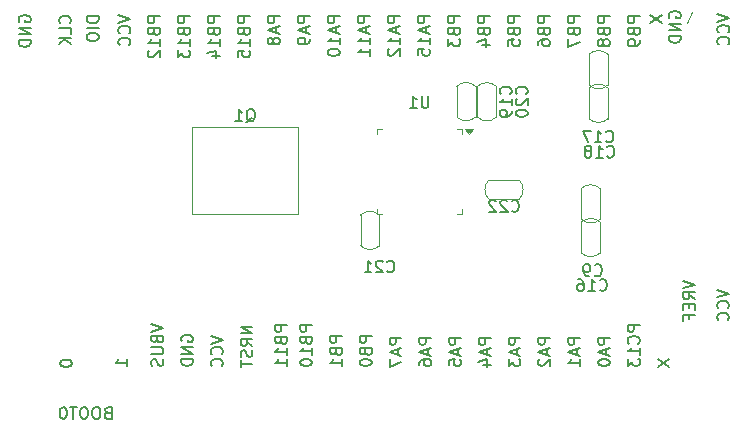
<source format=gbo>
%TF.GenerationSoftware,KiCad,Pcbnew,8.0.5*%
%TF.CreationDate,2024-10-21T18:28:28+08:00*%
%TF.ProjectId,redraw_TH,72656472-6177-45f5-9448-2e6b69636164,rev?*%
%TF.SameCoordinates,Original*%
%TF.FileFunction,Legend,Bot*%
%TF.FilePolarity,Positive*%
%FSLAX46Y46*%
G04 Gerber Fmt 4.6, Leading zero omitted, Abs format (unit mm)*
G04 Created by KiCad (PCBNEW 8.0.5) date 2024-10-21 18:28:28*
%MOMM*%
%LPD*%
G01*
G04 APERTURE LIST*
%ADD10C,0.100000*%
%ADD11C,0.150000*%
%ADD12C,0.120000*%
G04 APERTURE END LIST*
D10*
X123090000Y-86460000D02*
X122640000Y-87400000D01*
D11*
X100869819Y-86866779D02*
X99869819Y-86866779D01*
X99869819Y-86866779D02*
X99869819Y-87247731D01*
X99869819Y-87247731D02*
X99917438Y-87342969D01*
X99917438Y-87342969D02*
X99965057Y-87390588D01*
X99965057Y-87390588D02*
X100060295Y-87438207D01*
X100060295Y-87438207D02*
X100203152Y-87438207D01*
X100203152Y-87438207D02*
X100298390Y-87390588D01*
X100298390Y-87390588D02*
X100346009Y-87342969D01*
X100346009Y-87342969D02*
X100393628Y-87247731D01*
X100393628Y-87247731D02*
X100393628Y-86866779D01*
X100584104Y-87819160D02*
X100584104Y-88295350D01*
X100869819Y-87723922D02*
X99869819Y-88057255D01*
X99869819Y-88057255D02*
X100869819Y-88390588D01*
X100869819Y-89247731D02*
X100869819Y-88676303D01*
X100869819Y-88962017D02*
X99869819Y-88962017D01*
X99869819Y-88962017D02*
X100012676Y-88866779D01*
X100012676Y-88866779D02*
X100107914Y-88771541D01*
X100107914Y-88771541D02*
X100155533Y-88676303D01*
X99869819Y-90152493D02*
X99869819Y-89676303D01*
X99869819Y-89676303D02*
X100346009Y-89628684D01*
X100346009Y-89628684D02*
X100298390Y-89676303D01*
X100298390Y-89676303D02*
X100250771Y-89771541D01*
X100250771Y-89771541D02*
X100250771Y-90009636D01*
X100250771Y-90009636D02*
X100298390Y-90104874D01*
X100298390Y-90104874D02*
X100346009Y-90152493D01*
X100346009Y-90152493D02*
X100441247Y-90200112D01*
X100441247Y-90200112D02*
X100679342Y-90200112D01*
X100679342Y-90200112D02*
X100774580Y-90152493D01*
X100774580Y-90152493D02*
X100822200Y-90104874D01*
X100822200Y-90104874D02*
X100869819Y-90009636D01*
X100869819Y-90009636D02*
X100869819Y-89771541D01*
X100869819Y-89771541D02*
X100822200Y-89676303D01*
X100822200Y-89676303D02*
X100774580Y-89628684D01*
X116117459Y-114097255D02*
X115117459Y-114097255D01*
X115117459Y-114097255D02*
X115117459Y-114478207D01*
X115117459Y-114478207D02*
X115165078Y-114573445D01*
X115165078Y-114573445D02*
X115212697Y-114621064D01*
X115212697Y-114621064D02*
X115307935Y-114668683D01*
X115307935Y-114668683D02*
X115450792Y-114668683D01*
X115450792Y-114668683D02*
X115546030Y-114621064D01*
X115546030Y-114621064D02*
X115593649Y-114573445D01*
X115593649Y-114573445D02*
X115641268Y-114478207D01*
X115641268Y-114478207D02*
X115641268Y-114097255D01*
X115831744Y-115049636D02*
X115831744Y-115525826D01*
X116117459Y-114954398D02*
X115117459Y-115287731D01*
X115117459Y-115287731D02*
X116117459Y-115621064D01*
X115117459Y-116144874D02*
X115117459Y-116240112D01*
X115117459Y-116240112D02*
X115165078Y-116335350D01*
X115165078Y-116335350D02*
X115212697Y-116382969D01*
X115212697Y-116382969D02*
X115307935Y-116430588D01*
X115307935Y-116430588D02*
X115498411Y-116478207D01*
X115498411Y-116478207D02*
X115736506Y-116478207D01*
X115736506Y-116478207D02*
X115926982Y-116430588D01*
X115926982Y-116430588D02*
X116022220Y-116382969D01*
X116022220Y-116382969D02*
X116069840Y-116335350D01*
X116069840Y-116335350D02*
X116117459Y-116240112D01*
X116117459Y-116240112D02*
X116117459Y-116144874D01*
X116117459Y-116144874D02*
X116069840Y-116049636D01*
X116069840Y-116049636D02*
X116022220Y-116002017D01*
X116022220Y-116002017D02*
X115926982Y-115954398D01*
X115926982Y-115954398D02*
X115736506Y-115906779D01*
X115736506Y-115906779D02*
X115498411Y-115906779D01*
X115498411Y-115906779D02*
X115307935Y-115954398D01*
X115307935Y-115954398D02*
X115212697Y-116002017D01*
X115212697Y-116002017D02*
X115165078Y-116049636D01*
X115165078Y-116049636D02*
X115117459Y-116144874D01*
X116109819Y-86866779D02*
X115109819Y-86866779D01*
X115109819Y-86866779D02*
X115109819Y-87247731D01*
X115109819Y-87247731D02*
X115157438Y-87342969D01*
X115157438Y-87342969D02*
X115205057Y-87390588D01*
X115205057Y-87390588D02*
X115300295Y-87438207D01*
X115300295Y-87438207D02*
X115443152Y-87438207D01*
X115443152Y-87438207D02*
X115538390Y-87390588D01*
X115538390Y-87390588D02*
X115586009Y-87342969D01*
X115586009Y-87342969D02*
X115633628Y-87247731D01*
X115633628Y-87247731D02*
X115633628Y-86866779D01*
X115586009Y-88200112D02*
X115633628Y-88342969D01*
X115633628Y-88342969D02*
X115681247Y-88390588D01*
X115681247Y-88390588D02*
X115776485Y-88438207D01*
X115776485Y-88438207D02*
X115919342Y-88438207D01*
X115919342Y-88438207D02*
X116014580Y-88390588D01*
X116014580Y-88390588D02*
X116062200Y-88342969D01*
X116062200Y-88342969D02*
X116109819Y-88247731D01*
X116109819Y-88247731D02*
X116109819Y-87866779D01*
X116109819Y-87866779D02*
X115109819Y-87866779D01*
X115109819Y-87866779D02*
X115109819Y-88200112D01*
X115109819Y-88200112D02*
X115157438Y-88295350D01*
X115157438Y-88295350D02*
X115205057Y-88342969D01*
X115205057Y-88342969D02*
X115300295Y-88390588D01*
X115300295Y-88390588D02*
X115395533Y-88390588D01*
X115395533Y-88390588D02*
X115490771Y-88342969D01*
X115490771Y-88342969D02*
X115538390Y-88295350D01*
X115538390Y-88295350D02*
X115586009Y-88200112D01*
X115586009Y-88200112D02*
X115586009Y-87866779D01*
X115538390Y-89009636D02*
X115490771Y-88914398D01*
X115490771Y-88914398D02*
X115443152Y-88866779D01*
X115443152Y-88866779D02*
X115347914Y-88819160D01*
X115347914Y-88819160D02*
X115300295Y-88819160D01*
X115300295Y-88819160D02*
X115205057Y-88866779D01*
X115205057Y-88866779D02*
X115157438Y-88914398D01*
X115157438Y-88914398D02*
X115109819Y-89009636D01*
X115109819Y-89009636D02*
X115109819Y-89200112D01*
X115109819Y-89200112D02*
X115157438Y-89295350D01*
X115157438Y-89295350D02*
X115205057Y-89342969D01*
X115205057Y-89342969D02*
X115300295Y-89390588D01*
X115300295Y-89390588D02*
X115347914Y-89390588D01*
X115347914Y-89390588D02*
X115443152Y-89342969D01*
X115443152Y-89342969D02*
X115490771Y-89295350D01*
X115490771Y-89295350D02*
X115538390Y-89200112D01*
X115538390Y-89200112D02*
X115538390Y-89009636D01*
X115538390Y-89009636D02*
X115586009Y-88914398D01*
X115586009Y-88914398D02*
X115633628Y-88866779D01*
X115633628Y-88866779D02*
X115728866Y-88819160D01*
X115728866Y-88819160D02*
X115919342Y-88819160D01*
X115919342Y-88819160D02*
X116014580Y-88866779D01*
X116014580Y-88866779D02*
X116062200Y-88914398D01*
X116062200Y-88914398D02*
X116109819Y-89009636D01*
X116109819Y-89009636D02*
X116109819Y-89200112D01*
X116109819Y-89200112D02*
X116062200Y-89295350D01*
X116062200Y-89295350D02*
X116014580Y-89342969D01*
X116014580Y-89342969D02*
X115919342Y-89390588D01*
X115919342Y-89390588D02*
X115728866Y-89390588D01*
X115728866Y-89390588D02*
X115633628Y-89342969D01*
X115633628Y-89342969D02*
X115586009Y-89295350D01*
X115586009Y-89295350D02*
X115538390Y-89200112D01*
X113569819Y-86866779D02*
X112569819Y-86866779D01*
X112569819Y-86866779D02*
X112569819Y-87247731D01*
X112569819Y-87247731D02*
X112617438Y-87342969D01*
X112617438Y-87342969D02*
X112665057Y-87390588D01*
X112665057Y-87390588D02*
X112760295Y-87438207D01*
X112760295Y-87438207D02*
X112903152Y-87438207D01*
X112903152Y-87438207D02*
X112998390Y-87390588D01*
X112998390Y-87390588D02*
X113046009Y-87342969D01*
X113046009Y-87342969D02*
X113093628Y-87247731D01*
X113093628Y-87247731D02*
X113093628Y-86866779D01*
X113046009Y-88200112D02*
X113093628Y-88342969D01*
X113093628Y-88342969D02*
X113141247Y-88390588D01*
X113141247Y-88390588D02*
X113236485Y-88438207D01*
X113236485Y-88438207D02*
X113379342Y-88438207D01*
X113379342Y-88438207D02*
X113474580Y-88390588D01*
X113474580Y-88390588D02*
X113522200Y-88342969D01*
X113522200Y-88342969D02*
X113569819Y-88247731D01*
X113569819Y-88247731D02*
X113569819Y-87866779D01*
X113569819Y-87866779D02*
X112569819Y-87866779D01*
X112569819Y-87866779D02*
X112569819Y-88200112D01*
X112569819Y-88200112D02*
X112617438Y-88295350D01*
X112617438Y-88295350D02*
X112665057Y-88342969D01*
X112665057Y-88342969D02*
X112760295Y-88390588D01*
X112760295Y-88390588D02*
X112855533Y-88390588D01*
X112855533Y-88390588D02*
X112950771Y-88342969D01*
X112950771Y-88342969D02*
X112998390Y-88295350D01*
X112998390Y-88295350D02*
X113046009Y-88200112D01*
X113046009Y-88200112D02*
X113046009Y-87866779D01*
X112569819Y-88771541D02*
X112569819Y-89438207D01*
X112569819Y-89438207D02*
X113569819Y-89009636D01*
X77299819Y-112906779D02*
X78299819Y-113240112D01*
X78299819Y-113240112D02*
X77299819Y-113573445D01*
X77776009Y-114240112D02*
X77823628Y-114382969D01*
X77823628Y-114382969D02*
X77871247Y-114430588D01*
X77871247Y-114430588D02*
X77966485Y-114478207D01*
X77966485Y-114478207D02*
X78109342Y-114478207D01*
X78109342Y-114478207D02*
X78204580Y-114430588D01*
X78204580Y-114430588D02*
X78252200Y-114382969D01*
X78252200Y-114382969D02*
X78299819Y-114287731D01*
X78299819Y-114287731D02*
X78299819Y-113906779D01*
X78299819Y-113906779D02*
X77299819Y-113906779D01*
X77299819Y-113906779D02*
X77299819Y-114240112D01*
X77299819Y-114240112D02*
X77347438Y-114335350D01*
X77347438Y-114335350D02*
X77395057Y-114382969D01*
X77395057Y-114382969D02*
X77490295Y-114430588D01*
X77490295Y-114430588D02*
X77585533Y-114430588D01*
X77585533Y-114430588D02*
X77680771Y-114382969D01*
X77680771Y-114382969D02*
X77728390Y-114335350D01*
X77728390Y-114335350D02*
X77776009Y-114240112D01*
X77776009Y-114240112D02*
X77776009Y-113906779D01*
X77299819Y-114906779D02*
X78109342Y-114906779D01*
X78109342Y-114906779D02*
X78204580Y-114954398D01*
X78204580Y-114954398D02*
X78252200Y-115002017D01*
X78252200Y-115002017D02*
X78299819Y-115097255D01*
X78299819Y-115097255D02*
X78299819Y-115287731D01*
X78299819Y-115287731D02*
X78252200Y-115382969D01*
X78252200Y-115382969D02*
X78204580Y-115430588D01*
X78204580Y-115430588D02*
X78109342Y-115478207D01*
X78109342Y-115478207D02*
X77299819Y-115478207D01*
X78252200Y-115906779D02*
X78299819Y-116049636D01*
X78299819Y-116049636D02*
X78299819Y-116287731D01*
X78299819Y-116287731D02*
X78252200Y-116382969D01*
X78252200Y-116382969D02*
X78204580Y-116430588D01*
X78204580Y-116430588D02*
X78109342Y-116478207D01*
X78109342Y-116478207D02*
X78014104Y-116478207D01*
X78014104Y-116478207D02*
X77918866Y-116430588D01*
X77918866Y-116430588D02*
X77871247Y-116382969D01*
X77871247Y-116382969D02*
X77823628Y-116287731D01*
X77823628Y-116287731D02*
X77776009Y-116097255D01*
X77776009Y-116097255D02*
X77728390Y-116002017D01*
X77728390Y-116002017D02*
X77680771Y-115954398D01*
X77680771Y-115954398D02*
X77585533Y-115906779D01*
X77585533Y-115906779D02*
X77490295Y-115906779D01*
X77490295Y-115906779D02*
X77395057Y-115954398D01*
X77395057Y-115954398D02*
X77347438Y-116002017D01*
X77347438Y-116002017D02*
X77299819Y-116097255D01*
X77299819Y-116097255D02*
X77299819Y-116335350D01*
X77299819Y-116335350D02*
X77347438Y-116478207D01*
X111029819Y-86866779D02*
X110029819Y-86866779D01*
X110029819Y-86866779D02*
X110029819Y-87247731D01*
X110029819Y-87247731D02*
X110077438Y-87342969D01*
X110077438Y-87342969D02*
X110125057Y-87390588D01*
X110125057Y-87390588D02*
X110220295Y-87438207D01*
X110220295Y-87438207D02*
X110363152Y-87438207D01*
X110363152Y-87438207D02*
X110458390Y-87390588D01*
X110458390Y-87390588D02*
X110506009Y-87342969D01*
X110506009Y-87342969D02*
X110553628Y-87247731D01*
X110553628Y-87247731D02*
X110553628Y-86866779D01*
X110506009Y-88200112D02*
X110553628Y-88342969D01*
X110553628Y-88342969D02*
X110601247Y-88390588D01*
X110601247Y-88390588D02*
X110696485Y-88438207D01*
X110696485Y-88438207D02*
X110839342Y-88438207D01*
X110839342Y-88438207D02*
X110934580Y-88390588D01*
X110934580Y-88390588D02*
X110982200Y-88342969D01*
X110982200Y-88342969D02*
X111029819Y-88247731D01*
X111029819Y-88247731D02*
X111029819Y-87866779D01*
X111029819Y-87866779D02*
X110029819Y-87866779D01*
X110029819Y-87866779D02*
X110029819Y-88200112D01*
X110029819Y-88200112D02*
X110077438Y-88295350D01*
X110077438Y-88295350D02*
X110125057Y-88342969D01*
X110125057Y-88342969D02*
X110220295Y-88390588D01*
X110220295Y-88390588D02*
X110315533Y-88390588D01*
X110315533Y-88390588D02*
X110410771Y-88342969D01*
X110410771Y-88342969D02*
X110458390Y-88295350D01*
X110458390Y-88295350D02*
X110506009Y-88200112D01*
X110506009Y-88200112D02*
X110506009Y-87866779D01*
X110029819Y-89295350D02*
X110029819Y-89104874D01*
X110029819Y-89104874D02*
X110077438Y-89009636D01*
X110077438Y-89009636D02*
X110125057Y-88962017D01*
X110125057Y-88962017D02*
X110267914Y-88866779D01*
X110267914Y-88866779D02*
X110458390Y-88819160D01*
X110458390Y-88819160D02*
X110839342Y-88819160D01*
X110839342Y-88819160D02*
X110934580Y-88866779D01*
X110934580Y-88866779D02*
X110982200Y-88914398D01*
X110982200Y-88914398D02*
X111029819Y-89009636D01*
X111029819Y-89009636D02*
X111029819Y-89200112D01*
X111029819Y-89200112D02*
X110982200Y-89295350D01*
X110982200Y-89295350D02*
X110934580Y-89342969D01*
X110934580Y-89342969D02*
X110839342Y-89390588D01*
X110839342Y-89390588D02*
X110601247Y-89390588D01*
X110601247Y-89390588D02*
X110506009Y-89342969D01*
X110506009Y-89342969D02*
X110458390Y-89295350D01*
X110458390Y-89295350D02*
X110410771Y-89200112D01*
X110410771Y-89200112D02*
X110410771Y-89009636D01*
X110410771Y-89009636D02*
X110458390Y-88914398D01*
X110458390Y-88914398D02*
X110506009Y-88866779D01*
X110506009Y-88866779D02*
X110601247Y-88819160D01*
X100990403Y-114097255D02*
X99990403Y-114097255D01*
X99990403Y-114097255D02*
X99990403Y-114478207D01*
X99990403Y-114478207D02*
X100038022Y-114573445D01*
X100038022Y-114573445D02*
X100085641Y-114621064D01*
X100085641Y-114621064D02*
X100180879Y-114668683D01*
X100180879Y-114668683D02*
X100323736Y-114668683D01*
X100323736Y-114668683D02*
X100418974Y-114621064D01*
X100418974Y-114621064D02*
X100466593Y-114573445D01*
X100466593Y-114573445D02*
X100514212Y-114478207D01*
X100514212Y-114478207D02*
X100514212Y-114097255D01*
X100704688Y-115049636D02*
X100704688Y-115525826D01*
X100990403Y-114954398D02*
X99990403Y-115287731D01*
X99990403Y-115287731D02*
X100990403Y-115621064D01*
X99990403Y-116382969D02*
X99990403Y-116192493D01*
X99990403Y-116192493D02*
X100038022Y-116097255D01*
X100038022Y-116097255D02*
X100085641Y-116049636D01*
X100085641Y-116049636D02*
X100228498Y-115954398D01*
X100228498Y-115954398D02*
X100418974Y-115906779D01*
X100418974Y-115906779D02*
X100799926Y-115906779D01*
X100799926Y-115906779D02*
X100895164Y-115954398D01*
X100895164Y-115954398D02*
X100942784Y-116002017D01*
X100942784Y-116002017D02*
X100990403Y-116097255D01*
X100990403Y-116097255D02*
X100990403Y-116287731D01*
X100990403Y-116287731D02*
X100942784Y-116382969D01*
X100942784Y-116382969D02*
X100895164Y-116430588D01*
X100895164Y-116430588D02*
X100799926Y-116478207D01*
X100799926Y-116478207D02*
X100561831Y-116478207D01*
X100561831Y-116478207D02*
X100466593Y-116430588D01*
X100466593Y-116430588D02*
X100418974Y-116382969D01*
X100418974Y-116382969D02*
X100371355Y-116287731D01*
X100371355Y-116287731D02*
X100371355Y-116097255D01*
X100371355Y-116097255D02*
X100418974Y-116002017D01*
X100418974Y-116002017D02*
X100466593Y-115954398D01*
X100466593Y-115954398D02*
X100561831Y-115906779D01*
X108489819Y-86866779D02*
X107489819Y-86866779D01*
X107489819Y-86866779D02*
X107489819Y-87247731D01*
X107489819Y-87247731D02*
X107537438Y-87342969D01*
X107537438Y-87342969D02*
X107585057Y-87390588D01*
X107585057Y-87390588D02*
X107680295Y-87438207D01*
X107680295Y-87438207D02*
X107823152Y-87438207D01*
X107823152Y-87438207D02*
X107918390Y-87390588D01*
X107918390Y-87390588D02*
X107966009Y-87342969D01*
X107966009Y-87342969D02*
X108013628Y-87247731D01*
X108013628Y-87247731D02*
X108013628Y-86866779D01*
X107966009Y-88200112D02*
X108013628Y-88342969D01*
X108013628Y-88342969D02*
X108061247Y-88390588D01*
X108061247Y-88390588D02*
X108156485Y-88438207D01*
X108156485Y-88438207D02*
X108299342Y-88438207D01*
X108299342Y-88438207D02*
X108394580Y-88390588D01*
X108394580Y-88390588D02*
X108442200Y-88342969D01*
X108442200Y-88342969D02*
X108489819Y-88247731D01*
X108489819Y-88247731D02*
X108489819Y-87866779D01*
X108489819Y-87866779D02*
X107489819Y-87866779D01*
X107489819Y-87866779D02*
X107489819Y-88200112D01*
X107489819Y-88200112D02*
X107537438Y-88295350D01*
X107537438Y-88295350D02*
X107585057Y-88342969D01*
X107585057Y-88342969D02*
X107680295Y-88390588D01*
X107680295Y-88390588D02*
X107775533Y-88390588D01*
X107775533Y-88390588D02*
X107870771Y-88342969D01*
X107870771Y-88342969D02*
X107918390Y-88295350D01*
X107918390Y-88295350D02*
X107966009Y-88200112D01*
X107966009Y-88200112D02*
X107966009Y-87866779D01*
X107489819Y-89342969D02*
X107489819Y-88866779D01*
X107489819Y-88866779D02*
X107966009Y-88819160D01*
X107966009Y-88819160D02*
X107918390Y-88866779D01*
X107918390Y-88866779D02*
X107870771Y-88962017D01*
X107870771Y-88962017D02*
X107870771Y-89200112D01*
X107870771Y-89200112D02*
X107918390Y-89295350D01*
X107918390Y-89295350D02*
X107966009Y-89342969D01*
X107966009Y-89342969D02*
X108061247Y-89390588D01*
X108061247Y-89390588D02*
X108299342Y-89390588D01*
X108299342Y-89390588D02*
X108394580Y-89342969D01*
X108394580Y-89342969D02*
X108442200Y-89295350D01*
X108442200Y-89295350D02*
X108489819Y-89200112D01*
X108489819Y-89200112D02*
X108489819Y-88962017D01*
X108489819Y-88962017D02*
X108442200Y-88866779D01*
X108442200Y-88866779D02*
X108394580Y-88819160D01*
X125229819Y-86653922D02*
X126229819Y-86987255D01*
X126229819Y-86987255D02*
X125229819Y-87320588D01*
X126134580Y-88225350D02*
X126182200Y-88177731D01*
X126182200Y-88177731D02*
X126229819Y-88034874D01*
X126229819Y-88034874D02*
X126229819Y-87939636D01*
X126229819Y-87939636D02*
X126182200Y-87796779D01*
X126182200Y-87796779D02*
X126086961Y-87701541D01*
X126086961Y-87701541D02*
X125991723Y-87653922D01*
X125991723Y-87653922D02*
X125801247Y-87606303D01*
X125801247Y-87606303D02*
X125658390Y-87606303D01*
X125658390Y-87606303D02*
X125467914Y-87653922D01*
X125467914Y-87653922D02*
X125372676Y-87701541D01*
X125372676Y-87701541D02*
X125277438Y-87796779D01*
X125277438Y-87796779D02*
X125229819Y-87939636D01*
X125229819Y-87939636D02*
X125229819Y-88034874D01*
X125229819Y-88034874D02*
X125277438Y-88177731D01*
X125277438Y-88177731D02*
X125325057Y-88225350D01*
X126134580Y-89225350D02*
X126182200Y-89177731D01*
X126182200Y-89177731D02*
X126229819Y-89034874D01*
X126229819Y-89034874D02*
X126229819Y-88939636D01*
X126229819Y-88939636D02*
X126182200Y-88796779D01*
X126182200Y-88796779D02*
X126086961Y-88701541D01*
X126086961Y-88701541D02*
X125991723Y-88653922D01*
X125991723Y-88653922D02*
X125801247Y-88606303D01*
X125801247Y-88606303D02*
X125658390Y-88606303D01*
X125658390Y-88606303D02*
X125467914Y-88653922D01*
X125467914Y-88653922D02*
X125372676Y-88701541D01*
X125372676Y-88701541D02*
X125277438Y-88796779D01*
X125277438Y-88796779D02*
X125229819Y-88939636D01*
X125229819Y-88939636D02*
X125229819Y-89034874D01*
X125229819Y-89034874D02*
X125277438Y-89177731D01*
X125277438Y-89177731D02*
X125325057Y-89225350D01*
X73599887Y-120426009D02*
X73457030Y-120473628D01*
X73457030Y-120473628D02*
X73409411Y-120521247D01*
X73409411Y-120521247D02*
X73361792Y-120616485D01*
X73361792Y-120616485D02*
X73361792Y-120759342D01*
X73361792Y-120759342D02*
X73409411Y-120854580D01*
X73409411Y-120854580D02*
X73457030Y-120902200D01*
X73457030Y-120902200D02*
X73552268Y-120949819D01*
X73552268Y-120949819D02*
X73933220Y-120949819D01*
X73933220Y-120949819D02*
X73933220Y-119949819D01*
X73933220Y-119949819D02*
X73599887Y-119949819D01*
X73599887Y-119949819D02*
X73504649Y-119997438D01*
X73504649Y-119997438D02*
X73457030Y-120045057D01*
X73457030Y-120045057D02*
X73409411Y-120140295D01*
X73409411Y-120140295D02*
X73409411Y-120235533D01*
X73409411Y-120235533D02*
X73457030Y-120330771D01*
X73457030Y-120330771D02*
X73504649Y-120378390D01*
X73504649Y-120378390D02*
X73599887Y-120426009D01*
X73599887Y-120426009D02*
X73933220Y-120426009D01*
X72742744Y-119949819D02*
X72552268Y-119949819D01*
X72552268Y-119949819D02*
X72457030Y-119997438D01*
X72457030Y-119997438D02*
X72361792Y-120092676D01*
X72361792Y-120092676D02*
X72314173Y-120283152D01*
X72314173Y-120283152D02*
X72314173Y-120616485D01*
X72314173Y-120616485D02*
X72361792Y-120806961D01*
X72361792Y-120806961D02*
X72457030Y-120902200D01*
X72457030Y-120902200D02*
X72552268Y-120949819D01*
X72552268Y-120949819D02*
X72742744Y-120949819D01*
X72742744Y-120949819D02*
X72837982Y-120902200D01*
X72837982Y-120902200D02*
X72933220Y-120806961D01*
X72933220Y-120806961D02*
X72980839Y-120616485D01*
X72980839Y-120616485D02*
X72980839Y-120283152D01*
X72980839Y-120283152D02*
X72933220Y-120092676D01*
X72933220Y-120092676D02*
X72837982Y-119997438D01*
X72837982Y-119997438D02*
X72742744Y-119949819D01*
X71695125Y-119949819D02*
X71504649Y-119949819D01*
X71504649Y-119949819D02*
X71409411Y-119997438D01*
X71409411Y-119997438D02*
X71314173Y-120092676D01*
X71314173Y-120092676D02*
X71266554Y-120283152D01*
X71266554Y-120283152D02*
X71266554Y-120616485D01*
X71266554Y-120616485D02*
X71314173Y-120806961D01*
X71314173Y-120806961D02*
X71409411Y-120902200D01*
X71409411Y-120902200D02*
X71504649Y-120949819D01*
X71504649Y-120949819D02*
X71695125Y-120949819D01*
X71695125Y-120949819D02*
X71790363Y-120902200D01*
X71790363Y-120902200D02*
X71885601Y-120806961D01*
X71885601Y-120806961D02*
X71933220Y-120616485D01*
X71933220Y-120616485D02*
X71933220Y-120283152D01*
X71933220Y-120283152D02*
X71885601Y-120092676D01*
X71885601Y-120092676D02*
X71790363Y-119997438D01*
X71790363Y-119997438D02*
X71695125Y-119949819D01*
X70980839Y-119949819D02*
X70409411Y-119949819D01*
X70695125Y-120949819D02*
X70695125Y-119949819D01*
X69885601Y-119949819D02*
X69790363Y-119949819D01*
X69790363Y-119949819D02*
X69695125Y-119997438D01*
X69695125Y-119997438D02*
X69647506Y-120045057D01*
X69647506Y-120045057D02*
X69599887Y-120140295D01*
X69599887Y-120140295D02*
X69552268Y-120330771D01*
X69552268Y-120330771D02*
X69552268Y-120568866D01*
X69552268Y-120568866D02*
X69599887Y-120759342D01*
X69599887Y-120759342D02*
X69647506Y-120854580D01*
X69647506Y-120854580D02*
X69695125Y-120902200D01*
X69695125Y-120902200D02*
X69790363Y-120949819D01*
X69790363Y-120949819D02*
X69885601Y-120949819D01*
X69885601Y-120949819D02*
X69980839Y-120902200D01*
X69980839Y-120902200D02*
X70028458Y-120854580D01*
X70028458Y-120854580D02*
X70076077Y-120759342D01*
X70076077Y-120759342D02*
X70123696Y-120568866D01*
X70123696Y-120568866D02*
X70123696Y-120330771D01*
X70123696Y-120330771D02*
X70076077Y-120140295D01*
X70076077Y-120140295D02*
X70028458Y-120045057D01*
X70028458Y-120045057D02*
X69980839Y-119997438D01*
X69980839Y-119997438D02*
X69885601Y-119949819D01*
X90709819Y-86866779D02*
X89709819Y-86866779D01*
X89709819Y-86866779D02*
X89709819Y-87247731D01*
X89709819Y-87247731D02*
X89757438Y-87342969D01*
X89757438Y-87342969D02*
X89805057Y-87390588D01*
X89805057Y-87390588D02*
X89900295Y-87438207D01*
X89900295Y-87438207D02*
X90043152Y-87438207D01*
X90043152Y-87438207D02*
X90138390Y-87390588D01*
X90138390Y-87390588D02*
X90186009Y-87342969D01*
X90186009Y-87342969D02*
X90233628Y-87247731D01*
X90233628Y-87247731D02*
X90233628Y-86866779D01*
X90424104Y-87819160D02*
X90424104Y-88295350D01*
X90709819Y-87723922D02*
X89709819Y-88057255D01*
X89709819Y-88057255D02*
X90709819Y-88390588D01*
X90709819Y-88771541D02*
X90709819Y-88962017D01*
X90709819Y-88962017D02*
X90662200Y-89057255D01*
X90662200Y-89057255D02*
X90614580Y-89104874D01*
X90614580Y-89104874D02*
X90471723Y-89200112D01*
X90471723Y-89200112D02*
X90281247Y-89247731D01*
X90281247Y-89247731D02*
X89900295Y-89247731D01*
X89900295Y-89247731D02*
X89805057Y-89200112D01*
X89805057Y-89200112D02*
X89757438Y-89152493D01*
X89757438Y-89152493D02*
X89709819Y-89057255D01*
X89709819Y-89057255D02*
X89709819Y-88866779D01*
X89709819Y-88866779D02*
X89757438Y-88771541D01*
X89757438Y-88771541D02*
X89805057Y-88723922D01*
X89805057Y-88723922D02*
X89900295Y-88676303D01*
X89900295Y-88676303D02*
X90138390Y-88676303D01*
X90138390Y-88676303D02*
X90233628Y-88723922D01*
X90233628Y-88723922D02*
X90281247Y-88771541D01*
X90281247Y-88771541D02*
X90328866Y-88866779D01*
X90328866Y-88866779D02*
X90328866Y-89057255D01*
X90328866Y-89057255D02*
X90281247Y-89152493D01*
X90281247Y-89152493D02*
X90233628Y-89200112D01*
X90233628Y-89200112D02*
X90138390Y-89247731D01*
X122339819Y-109243922D02*
X123339819Y-109577255D01*
X123339819Y-109577255D02*
X122339819Y-109910588D01*
X123339819Y-110815350D02*
X122863628Y-110482017D01*
X123339819Y-110243922D02*
X122339819Y-110243922D01*
X122339819Y-110243922D02*
X122339819Y-110624874D01*
X122339819Y-110624874D02*
X122387438Y-110720112D01*
X122387438Y-110720112D02*
X122435057Y-110767731D01*
X122435057Y-110767731D02*
X122530295Y-110815350D01*
X122530295Y-110815350D02*
X122673152Y-110815350D01*
X122673152Y-110815350D02*
X122768390Y-110767731D01*
X122768390Y-110767731D02*
X122816009Y-110720112D01*
X122816009Y-110720112D02*
X122863628Y-110624874D01*
X122863628Y-110624874D02*
X122863628Y-110243922D01*
X122816009Y-111243922D02*
X122816009Y-111577255D01*
X123339819Y-111720112D02*
X123339819Y-111243922D01*
X123339819Y-111243922D02*
X122339819Y-111243922D01*
X122339819Y-111243922D02*
X122339819Y-111720112D01*
X122816009Y-112482017D02*
X122816009Y-112148684D01*
X123339819Y-112148684D02*
X122339819Y-112148684D01*
X122339819Y-112148684D02*
X122339819Y-112624874D01*
X125209819Y-110005827D02*
X126209819Y-110339160D01*
X126209819Y-110339160D02*
X125209819Y-110672493D01*
X126114580Y-111577255D02*
X126162200Y-111529636D01*
X126162200Y-111529636D02*
X126209819Y-111386779D01*
X126209819Y-111386779D02*
X126209819Y-111291541D01*
X126209819Y-111291541D02*
X126162200Y-111148684D01*
X126162200Y-111148684D02*
X126066961Y-111053446D01*
X126066961Y-111053446D02*
X125971723Y-111005827D01*
X125971723Y-111005827D02*
X125781247Y-110958208D01*
X125781247Y-110958208D02*
X125638390Y-110958208D01*
X125638390Y-110958208D02*
X125447914Y-111005827D01*
X125447914Y-111005827D02*
X125352676Y-111053446D01*
X125352676Y-111053446D02*
X125257438Y-111148684D01*
X125257438Y-111148684D02*
X125209819Y-111291541D01*
X125209819Y-111291541D02*
X125209819Y-111386779D01*
X125209819Y-111386779D02*
X125257438Y-111529636D01*
X125257438Y-111529636D02*
X125305057Y-111577255D01*
X126114580Y-112577255D02*
X126162200Y-112529636D01*
X126162200Y-112529636D02*
X126209819Y-112386779D01*
X126209819Y-112386779D02*
X126209819Y-112291541D01*
X126209819Y-112291541D02*
X126162200Y-112148684D01*
X126162200Y-112148684D02*
X126066961Y-112053446D01*
X126066961Y-112053446D02*
X125971723Y-112005827D01*
X125971723Y-112005827D02*
X125781247Y-111958208D01*
X125781247Y-111958208D02*
X125638390Y-111958208D01*
X125638390Y-111958208D02*
X125447914Y-112005827D01*
X125447914Y-112005827D02*
X125352676Y-112053446D01*
X125352676Y-112053446D02*
X125257438Y-112148684D01*
X125257438Y-112148684D02*
X125209819Y-112291541D01*
X125209819Y-112291541D02*
X125209819Y-112386779D01*
X125209819Y-112386779D02*
X125257438Y-112529636D01*
X125257438Y-112529636D02*
X125305057Y-112577255D01*
X85863347Y-113144874D02*
X84863347Y-113144874D01*
X84863347Y-113144874D02*
X85863347Y-113716302D01*
X85863347Y-113716302D02*
X84863347Y-113716302D01*
X85863347Y-114763921D02*
X85387156Y-114430588D01*
X85863347Y-114192493D02*
X84863347Y-114192493D01*
X84863347Y-114192493D02*
X84863347Y-114573445D01*
X84863347Y-114573445D02*
X84910966Y-114668683D01*
X84910966Y-114668683D02*
X84958585Y-114716302D01*
X84958585Y-114716302D02*
X85053823Y-114763921D01*
X85053823Y-114763921D02*
X85196680Y-114763921D01*
X85196680Y-114763921D02*
X85291918Y-114716302D01*
X85291918Y-114716302D02*
X85339537Y-114668683D01*
X85339537Y-114668683D02*
X85387156Y-114573445D01*
X85387156Y-114573445D02*
X85387156Y-114192493D01*
X85815728Y-115144874D02*
X85863347Y-115287731D01*
X85863347Y-115287731D02*
X85863347Y-115525826D01*
X85863347Y-115525826D02*
X85815728Y-115621064D01*
X85815728Y-115621064D02*
X85768108Y-115668683D01*
X85768108Y-115668683D02*
X85672870Y-115716302D01*
X85672870Y-115716302D02*
X85577632Y-115716302D01*
X85577632Y-115716302D02*
X85482394Y-115668683D01*
X85482394Y-115668683D02*
X85434775Y-115621064D01*
X85434775Y-115621064D02*
X85387156Y-115525826D01*
X85387156Y-115525826D02*
X85339537Y-115335350D01*
X85339537Y-115335350D02*
X85291918Y-115240112D01*
X85291918Y-115240112D02*
X85244299Y-115192493D01*
X85244299Y-115192493D02*
X85149061Y-115144874D01*
X85149061Y-115144874D02*
X85053823Y-115144874D01*
X85053823Y-115144874D02*
X84958585Y-115192493D01*
X84958585Y-115192493D02*
X84910966Y-115240112D01*
X84910966Y-115240112D02*
X84863347Y-115335350D01*
X84863347Y-115335350D02*
X84863347Y-115573445D01*
X84863347Y-115573445D02*
X84910966Y-115716302D01*
X84863347Y-116002017D02*
X84863347Y-116573445D01*
X85863347Y-116287731D02*
X84863347Y-116287731D01*
X118638635Y-113002017D02*
X117638635Y-113002017D01*
X117638635Y-113002017D02*
X117638635Y-113382969D01*
X117638635Y-113382969D02*
X117686254Y-113478207D01*
X117686254Y-113478207D02*
X117733873Y-113525826D01*
X117733873Y-113525826D02*
X117829111Y-113573445D01*
X117829111Y-113573445D02*
X117971968Y-113573445D01*
X117971968Y-113573445D02*
X118067206Y-113525826D01*
X118067206Y-113525826D02*
X118114825Y-113478207D01*
X118114825Y-113478207D02*
X118162444Y-113382969D01*
X118162444Y-113382969D02*
X118162444Y-113002017D01*
X118543396Y-114573445D02*
X118591016Y-114525826D01*
X118591016Y-114525826D02*
X118638635Y-114382969D01*
X118638635Y-114382969D02*
X118638635Y-114287731D01*
X118638635Y-114287731D02*
X118591016Y-114144874D01*
X118591016Y-114144874D02*
X118495777Y-114049636D01*
X118495777Y-114049636D02*
X118400539Y-114002017D01*
X118400539Y-114002017D02*
X118210063Y-113954398D01*
X118210063Y-113954398D02*
X118067206Y-113954398D01*
X118067206Y-113954398D02*
X117876730Y-114002017D01*
X117876730Y-114002017D02*
X117781492Y-114049636D01*
X117781492Y-114049636D02*
X117686254Y-114144874D01*
X117686254Y-114144874D02*
X117638635Y-114287731D01*
X117638635Y-114287731D02*
X117638635Y-114382969D01*
X117638635Y-114382969D02*
X117686254Y-114525826D01*
X117686254Y-114525826D02*
X117733873Y-114573445D01*
X118638635Y-115525826D02*
X118638635Y-114954398D01*
X118638635Y-115240112D02*
X117638635Y-115240112D01*
X117638635Y-115240112D02*
X117781492Y-115144874D01*
X117781492Y-115144874D02*
X117876730Y-115049636D01*
X117876730Y-115049636D02*
X117924349Y-114954398D01*
X117638635Y-115859160D02*
X117638635Y-116478207D01*
X117638635Y-116478207D02*
X118019587Y-116144874D01*
X118019587Y-116144874D02*
X118019587Y-116287731D01*
X118019587Y-116287731D02*
X118067206Y-116382969D01*
X118067206Y-116382969D02*
X118114825Y-116430588D01*
X118114825Y-116430588D02*
X118210063Y-116478207D01*
X118210063Y-116478207D02*
X118448158Y-116478207D01*
X118448158Y-116478207D02*
X118543396Y-116430588D01*
X118543396Y-116430588D02*
X118591016Y-116382969D01*
X118591016Y-116382969D02*
X118638635Y-116287731D01*
X118638635Y-116287731D02*
X118638635Y-116002017D01*
X118638635Y-116002017D02*
X118591016Y-115906779D01*
X118591016Y-115906779D02*
X118543396Y-115859160D01*
X82342171Y-113906779D02*
X83342171Y-114240112D01*
X83342171Y-114240112D02*
X82342171Y-114573445D01*
X83246932Y-115478207D02*
X83294552Y-115430588D01*
X83294552Y-115430588D02*
X83342171Y-115287731D01*
X83342171Y-115287731D02*
X83342171Y-115192493D01*
X83342171Y-115192493D02*
X83294552Y-115049636D01*
X83294552Y-115049636D02*
X83199313Y-114954398D01*
X83199313Y-114954398D02*
X83104075Y-114906779D01*
X83104075Y-114906779D02*
X82913599Y-114859160D01*
X82913599Y-114859160D02*
X82770742Y-114859160D01*
X82770742Y-114859160D02*
X82580266Y-114906779D01*
X82580266Y-114906779D02*
X82485028Y-114954398D01*
X82485028Y-114954398D02*
X82389790Y-115049636D01*
X82389790Y-115049636D02*
X82342171Y-115192493D01*
X82342171Y-115192493D02*
X82342171Y-115287731D01*
X82342171Y-115287731D02*
X82389790Y-115430588D01*
X82389790Y-115430588D02*
X82437409Y-115478207D01*
X83246932Y-116478207D02*
X83294552Y-116430588D01*
X83294552Y-116430588D02*
X83342171Y-116287731D01*
X83342171Y-116287731D02*
X83342171Y-116192493D01*
X83342171Y-116192493D02*
X83294552Y-116049636D01*
X83294552Y-116049636D02*
X83199313Y-115954398D01*
X83199313Y-115954398D02*
X83104075Y-115906779D01*
X83104075Y-115906779D02*
X82913599Y-115859160D01*
X82913599Y-115859160D02*
X82770742Y-115859160D01*
X82770742Y-115859160D02*
X82580266Y-115906779D01*
X82580266Y-115906779D02*
X82485028Y-115954398D01*
X82485028Y-115954398D02*
X82389790Y-116049636D01*
X82389790Y-116049636D02*
X82342171Y-116192493D01*
X82342171Y-116192493D02*
X82342171Y-116287731D01*
X82342171Y-116287731D02*
X82389790Y-116430588D01*
X82389790Y-116430588D02*
X82437409Y-116478207D01*
X70394580Y-87438207D02*
X70442200Y-87390588D01*
X70442200Y-87390588D02*
X70489819Y-87247731D01*
X70489819Y-87247731D02*
X70489819Y-87152493D01*
X70489819Y-87152493D02*
X70442200Y-87009636D01*
X70442200Y-87009636D02*
X70346961Y-86914398D01*
X70346961Y-86914398D02*
X70251723Y-86866779D01*
X70251723Y-86866779D02*
X70061247Y-86819160D01*
X70061247Y-86819160D02*
X69918390Y-86819160D01*
X69918390Y-86819160D02*
X69727914Y-86866779D01*
X69727914Y-86866779D02*
X69632676Y-86914398D01*
X69632676Y-86914398D02*
X69537438Y-87009636D01*
X69537438Y-87009636D02*
X69489819Y-87152493D01*
X69489819Y-87152493D02*
X69489819Y-87247731D01*
X69489819Y-87247731D02*
X69537438Y-87390588D01*
X69537438Y-87390588D02*
X69585057Y-87438207D01*
X70489819Y-88342969D02*
X70489819Y-87866779D01*
X70489819Y-87866779D02*
X69489819Y-87866779D01*
X70489819Y-88676303D02*
X69489819Y-88676303D01*
X70489819Y-89247731D02*
X69918390Y-88819160D01*
X69489819Y-89247731D02*
X70061247Y-88676303D01*
X95948051Y-113954398D02*
X94948051Y-113954398D01*
X94948051Y-113954398D02*
X94948051Y-114335350D01*
X94948051Y-114335350D02*
X94995670Y-114430588D01*
X94995670Y-114430588D02*
X95043289Y-114478207D01*
X95043289Y-114478207D02*
X95138527Y-114525826D01*
X95138527Y-114525826D02*
X95281384Y-114525826D01*
X95281384Y-114525826D02*
X95376622Y-114478207D01*
X95376622Y-114478207D02*
X95424241Y-114430588D01*
X95424241Y-114430588D02*
X95471860Y-114335350D01*
X95471860Y-114335350D02*
X95471860Y-113954398D01*
X95424241Y-115287731D02*
X95471860Y-115430588D01*
X95471860Y-115430588D02*
X95519479Y-115478207D01*
X95519479Y-115478207D02*
X95614717Y-115525826D01*
X95614717Y-115525826D02*
X95757574Y-115525826D01*
X95757574Y-115525826D02*
X95852812Y-115478207D01*
X95852812Y-115478207D02*
X95900432Y-115430588D01*
X95900432Y-115430588D02*
X95948051Y-115335350D01*
X95948051Y-115335350D02*
X95948051Y-114954398D01*
X95948051Y-114954398D02*
X94948051Y-114954398D01*
X94948051Y-114954398D02*
X94948051Y-115287731D01*
X94948051Y-115287731D02*
X94995670Y-115382969D01*
X94995670Y-115382969D02*
X95043289Y-115430588D01*
X95043289Y-115430588D02*
X95138527Y-115478207D01*
X95138527Y-115478207D02*
X95233765Y-115478207D01*
X95233765Y-115478207D02*
X95329003Y-115430588D01*
X95329003Y-115430588D02*
X95376622Y-115382969D01*
X95376622Y-115382969D02*
X95424241Y-115287731D01*
X95424241Y-115287731D02*
X95424241Y-114954398D01*
X94948051Y-116144874D02*
X94948051Y-116240112D01*
X94948051Y-116240112D02*
X94995670Y-116335350D01*
X94995670Y-116335350D02*
X95043289Y-116382969D01*
X95043289Y-116382969D02*
X95138527Y-116430588D01*
X95138527Y-116430588D02*
X95329003Y-116478207D01*
X95329003Y-116478207D02*
X95567098Y-116478207D01*
X95567098Y-116478207D02*
X95757574Y-116430588D01*
X95757574Y-116430588D02*
X95852812Y-116382969D01*
X95852812Y-116382969D02*
X95900432Y-116335350D01*
X95900432Y-116335350D02*
X95948051Y-116240112D01*
X95948051Y-116240112D02*
X95948051Y-116144874D01*
X95948051Y-116144874D02*
X95900432Y-116049636D01*
X95900432Y-116049636D02*
X95852812Y-116002017D01*
X95852812Y-116002017D02*
X95757574Y-115954398D01*
X95757574Y-115954398D02*
X95567098Y-115906779D01*
X95567098Y-115906779D02*
X95329003Y-115906779D01*
X95329003Y-115906779D02*
X95138527Y-115954398D01*
X95138527Y-115954398D02*
X95043289Y-116002017D01*
X95043289Y-116002017D02*
X94995670Y-116049636D01*
X94995670Y-116049636D02*
X94948051Y-116144874D01*
X103511579Y-114097255D02*
X102511579Y-114097255D01*
X102511579Y-114097255D02*
X102511579Y-114478207D01*
X102511579Y-114478207D02*
X102559198Y-114573445D01*
X102559198Y-114573445D02*
X102606817Y-114621064D01*
X102606817Y-114621064D02*
X102702055Y-114668683D01*
X102702055Y-114668683D02*
X102844912Y-114668683D01*
X102844912Y-114668683D02*
X102940150Y-114621064D01*
X102940150Y-114621064D02*
X102987769Y-114573445D01*
X102987769Y-114573445D02*
X103035388Y-114478207D01*
X103035388Y-114478207D02*
X103035388Y-114097255D01*
X103225864Y-115049636D02*
X103225864Y-115525826D01*
X103511579Y-114954398D02*
X102511579Y-115287731D01*
X102511579Y-115287731D02*
X103511579Y-115621064D01*
X102511579Y-116430588D02*
X102511579Y-115954398D01*
X102511579Y-115954398D02*
X102987769Y-115906779D01*
X102987769Y-115906779D02*
X102940150Y-115954398D01*
X102940150Y-115954398D02*
X102892531Y-116049636D01*
X102892531Y-116049636D02*
X102892531Y-116287731D01*
X102892531Y-116287731D02*
X102940150Y-116382969D01*
X102940150Y-116382969D02*
X102987769Y-116430588D01*
X102987769Y-116430588D02*
X103083007Y-116478207D01*
X103083007Y-116478207D02*
X103321102Y-116478207D01*
X103321102Y-116478207D02*
X103416340Y-116430588D01*
X103416340Y-116430588D02*
X103463960Y-116382969D01*
X103463960Y-116382969D02*
X103511579Y-116287731D01*
X103511579Y-116287731D02*
X103511579Y-116049636D01*
X103511579Y-116049636D02*
X103463960Y-115954398D01*
X103463960Y-115954398D02*
X103416340Y-115906779D01*
X85629819Y-86866779D02*
X84629819Y-86866779D01*
X84629819Y-86866779D02*
X84629819Y-87247731D01*
X84629819Y-87247731D02*
X84677438Y-87342969D01*
X84677438Y-87342969D02*
X84725057Y-87390588D01*
X84725057Y-87390588D02*
X84820295Y-87438207D01*
X84820295Y-87438207D02*
X84963152Y-87438207D01*
X84963152Y-87438207D02*
X85058390Y-87390588D01*
X85058390Y-87390588D02*
X85106009Y-87342969D01*
X85106009Y-87342969D02*
X85153628Y-87247731D01*
X85153628Y-87247731D02*
X85153628Y-86866779D01*
X85106009Y-88200112D02*
X85153628Y-88342969D01*
X85153628Y-88342969D02*
X85201247Y-88390588D01*
X85201247Y-88390588D02*
X85296485Y-88438207D01*
X85296485Y-88438207D02*
X85439342Y-88438207D01*
X85439342Y-88438207D02*
X85534580Y-88390588D01*
X85534580Y-88390588D02*
X85582200Y-88342969D01*
X85582200Y-88342969D02*
X85629819Y-88247731D01*
X85629819Y-88247731D02*
X85629819Y-87866779D01*
X85629819Y-87866779D02*
X84629819Y-87866779D01*
X84629819Y-87866779D02*
X84629819Y-88200112D01*
X84629819Y-88200112D02*
X84677438Y-88295350D01*
X84677438Y-88295350D02*
X84725057Y-88342969D01*
X84725057Y-88342969D02*
X84820295Y-88390588D01*
X84820295Y-88390588D02*
X84915533Y-88390588D01*
X84915533Y-88390588D02*
X85010771Y-88342969D01*
X85010771Y-88342969D02*
X85058390Y-88295350D01*
X85058390Y-88295350D02*
X85106009Y-88200112D01*
X85106009Y-88200112D02*
X85106009Y-87866779D01*
X85629819Y-89390588D02*
X85629819Y-88819160D01*
X85629819Y-89104874D02*
X84629819Y-89104874D01*
X84629819Y-89104874D02*
X84772676Y-89009636D01*
X84772676Y-89009636D02*
X84867914Y-88914398D01*
X84867914Y-88914398D02*
X84915533Y-88819160D01*
X84629819Y-90295350D02*
X84629819Y-89819160D01*
X84629819Y-89819160D02*
X85106009Y-89771541D01*
X85106009Y-89771541D02*
X85058390Y-89819160D01*
X85058390Y-89819160D02*
X85010771Y-89914398D01*
X85010771Y-89914398D02*
X85010771Y-90152493D01*
X85010771Y-90152493D02*
X85058390Y-90247731D01*
X85058390Y-90247731D02*
X85106009Y-90295350D01*
X85106009Y-90295350D02*
X85201247Y-90342969D01*
X85201247Y-90342969D02*
X85439342Y-90342969D01*
X85439342Y-90342969D02*
X85534580Y-90295350D01*
X85534580Y-90295350D02*
X85582200Y-90247731D01*
X85582200Y-90247731D02*
X85629819Y-90152493D01*
X85629819Y-90152493D02*
X85629819Y-89914398D01*
X85629819Y-89914398D02*
X85582200Y-89819160D01*
X85582200Y-89819160D02*
X85534580Y-89771541D01*
X103409819Y-86866779D02*
X102409819Y-86866779D01*
X102409819Y-86866779D02*
X102409819Y-87247731D01*
X102409819Y-87247731D02*
X102457438Y-87342969D01*
X102457438Y-87342969D02*
X102505057Y-87390588D01*
X102505057Y-87390588D02*
X102600295Y-87438207D01*
X102600295Y-87438207D02*
X102743152Y-87438207D01*
X102743152Y-87438207D02*
X102838390Y-87390588D01*
X102838390Y-87390588D02*
X102886009Y-87342969D01*
X102886009Y-87342969D02*
X102933628Y-87247731D01*
X102933628Y-87247731D02*
X102933628Y-86866779D01*
X102886009Y-88200112D02*
X102933628Y-88342969D01*
X102933628Y-88342969D02*
X102981247Y-88390588D01*
X102981247Y-88390588D02*
X103076485Y-88438207D01*
X103076485Y-88438207D02*
X103219342Y-88438207D01*
X103219342Y-88438207D02*
X103314580Y-88390588D01*
X103314580Y-88390588D02*
X103362200Y-88342969D01*
X103362200Y-88342969D02*
X103409819Y-88247731D01*
X103409819Y-88247731D02*
X103409819Y-87866779D01*
X103409819Y-87866779D02*
X102409819Y-87866779D01*
X102409819Y-87866779D02*
X102409819Y-88200112D01*
X102409819Y-88200112D02*
X102457438Y-88295350D01*
X102457438Y-88295350D02*
X102505057Y-88342969D01*
X102505057Y-88342969D02*
X102600295Y-88390588D01*
X102600295Y-88390588D02*
X102695533Y-88390588D01*
X102695533Y-88390588D02*
X102790771Y-88342969D01*
X102790771Y-88342969D02*
X102838390Y-88295350D01*
X102838390Y-88295350D02*
X102886009Y-88200112D01*
X102886009Y-88200112D02*
X102886009Y-87866779D01*
X102409819Y-88771541D02*
X102409819Y-89390588D01*
X102409819Y-89390588D02*
X102790771Y-89057255D01*
X102790771Y-89057255D02*
X102790771Y-89200112D01*
X102790771Y-89200112D02*
X102838390Y-89295350D01*
X102838390Y-89295350D02*
X102886009Y-89342969D01*
X102886009Y-89342969D02*
X102981247Y-89390588D01*
X102981247Y-89390588D02*
X103219342Y-89390588D01*
X103219342Y-89390588D02*
X103314580Y-89342969D01*
X103314580Y-89342969D02*
X103362200Y-89295350D01*
X103362200Y-89295350D02*
X103409819Y-89200112D01*
X103409819Y-89200112D02*
X103409819Y-88914398D01*
X103409819Y-88914398D02*
X103362200Y-88819160D01*
X103362200Y-88819160D02*
X103314580Y-88771541D01*
X98329819Y-86866779D02*
X97329819Y-86866779D01*
X97329819Y-86866779D02*
X97329819Y-87247731D01*
X97329819Y-87247731D02*
X97377438Y-87342969D01*
X97377438Y-87342969D02*
X97425057Y-87390588D01*
X97425057Y-87390588D02*
X97520295Y-87438207D01*
X97520295Y-87438207D02*
X97663152Y-87438207D01*
X97663152Y-87438207D02*
X97758390Y-87390588D01*
X97758390Y-87390588D02*
X97806009Y-87342969D01*
X97806009Y-87342969D02*
X97853628Y-87247731D01*
X97853628Y-87247731D02*
X97853628Y-86866779D01*
X98044104Y-87819160D02*
X98044104Y-88295350D01*
X98329819Y-87723922D02*
X97329819Y-88057255D01*
X97329819Y-88057255D02*
X98329819Y-88390588D01*
X98329819Y-89247731D02*
X98329819Y-88676303D01*
X98329819Y-88962017D02*
X97329819Y-88962017D01*
X97329819Y-88962017D02*
X97472676Y-88866779D01*
X97472676Y-88866779D02*
X97567914Y-88771541D01*
X97567914Y-88771541D02*
X97615533Y-88676303D01*
X97425057Y-89628684D02*
X97377438Y-89676303D01*
X97377438Y-89676303D02*
X97329819Y-89771541D01*
X97329819Y-89771541D02*
X97329819Y-90009636D01*
X97329819Y-90009636D02*
X97377438Y-90104874D01*
X97377438Y-90104874D02*
X97425057Y-90152493D01*
X97425057Y-90152493D02*
X97520295Y-90200112D01*
X97520295Y-90200112D02*
X97615533Y-90200112D01*
X97615533Y-90200112D02*
X97758390Y-90152493D01*
X97758390Y-90152493D02*
X98329819Y-89581065D01*
X98329819Y-89581065D02*
X98329819Y-90200112D01*
X118649819Y-86866779D02*
X117649819Y-86866779D01*
X117649819Y-86866779D02*
X117649819Y-87247731D01*
X117649819Y-87247731D02*
X117697438Y-87342969D01*
X117697438Y-87342969D02*
X117745057Y-87390588D01*
X117745057Y-87390588D02*
X117840295Y-87438207D01*
X117840295Y-87438207D02*
X117983152Y-87438207D01*
X117983152Y-87438207D02*
X118078390Y-87390588D01*
X118078390Y-87390588D02*
X118126009Y-87342969D01*
X118126009Y-87342969D02*
X118173628Y-87247731D01*
X118173628Y-87247731D02*
X118173628Y-86866779D01*
X118126009Y-88200112D02*
X118173628Y-88342969D01*
X118173628Y-88342969D02*
X118221247Y-88390588D01*
X118221247Y-88390588D02*
X118316485Y-88438207D01*
X118316485Y-88438207D02*
X118459342Y-88438207D01*
X118459342Y-88438207D02*
X118554580Y-88390588D01*
X118554580Y-88390588D02*
X118602200Y-88342969D01*
X118602200Y-88342969D02*
X118649819Y-88247731D01*
X118649819Y-88247731D02*
X118649819Y-87866779D01*
X118649819Y-87866779D02*
X117649819Y-87866779D01*
X117649819Y-87866779D02*
X117649819Y-88200112D01*
X117649819Y-88200112D02*
X117697438Y-88295350D01*
X117697438Y-88295350D02*
X117745057Y-88342969D01*
X117745057Y-88342969D02*
X117840295Y-88390588D01*
X117840295Y-88390588D02*
X117935533Y-88390588D01*
X117935533Y-88390588D02*
X118030771Y-88342969D01*
X118030771Y-88342969D02*
X118078390Y-88295350D01*
X118078390Y-88295350D02*
X118126009Y-88200112D01*
X118126009Y-88200112D02*
X118126009Y-87866779D01*
X118649819Y-88914398D02*
X118649819Y-89104874D01*
X118649819Y-89104874D02*
X118602200Y-89200112D01*
X118602200Y-89200112D02*
X118554580Y-89247731D01*
X118554580Y-89247731D02*
X118411723Y-89342969D01*
X118411723Y-89342969D02*
X118221247Y-89390588D01*
X118221247Y-89390588D02*
X117840295Y-89390588D01*
X117840295Y-89390588D02*
X117745057Y-89342969D01*
X117745057Y-89342969D02*
X117697438Y-89295350D01*
X117697438Y-89295350D02*
X117649819Y-89200112D01*
X117649819Y-89200112D02*
X117649819Y-89009636D01*
X117649819Y-89009636D02*
X117697438Y-88914398D01*
X117697438Y-88914398D02*
X117745057Y-88866779D01*
X117745057Y-88866779D02*
X117840295Y-88819160D01*
X117840295Y-88819160D02*
X118078390Y-88819160D01*
X118078390Y-88819160D02*
X118173628Y-88866779D01*
X118173628Y-88866779D02*
X118221247Y-88914398D01*
X118221247Y-88914398D02*
X118268866Y-89009636D01*
X118268866Y-89009636D02*
X118268866Y-89200112D01*
X118268866Y-89200112D02*
X118221247Y-89295350D01*
X118221247Y-89295350D02*
X118173628Y-89342969D01*
X118173628Y-89342969D02*
X118078390Y-89390588D01*
X75279819Y-116478207D02*
X75279819Y-115906779D01*
X75279819Y-116192493D02*
X74279819Y-116192493D01*
X74279819Y-116192493D02*
X74422676Y-116097255D01*
X74422676Y-116097255D02*
X74517914Y-116002017D01*
X74517914Y-116002017D02*
X74565533Y-115906779D01*
X83089819Y-86866779D02*
X82089819Y-86866779D01*
X82089819Y-86866779D02*
X82089819Y-87247731D01*
X82089819Y-87247731D02*
X82137438Y-87342969D01*
X82137438Y-87342969D02*
X82185057Y-87390588D01*
X82185057Y-87390588D02*
X82280295Y-87438207D01*
X82280295Y-87438207D02*
X82423152Y-87438207D01*
X82423152Y-87438207D02*
X82518390Y-87390588D01*
X82518390Y-87390588D02*
X82566009Y-87342969D01*
X82566009Y-87342969D02*
X82613628Y-87247731D01*
X82613628Y-87247731D02*
X82613628Y-86866779D01*
X82566009Y-88200112D02*
X82613628Y-88342969D01*
X82613628Y-88342969D02*
X82661247Y-88390588D01*
X82661247Y-88390588D02*
X82756485Y-88438207D01*
X82756485Y-88438207D02*
X82899342Y-88438207D01*
X82899342Y-88438207D02*
X82994580Y-88390588D01*
X82994580Y-88390588D02*
X83042200Y-88342969D01*
X83042200Y-88342969D02*
X83089819Y-88247731D01*
X83089819Y-88247731D02*
X83089819Y-87866779D01*
X83089819Y-87866779D02*
X82089819Y-87866779D01*
X82089819Y-87866779D02*
X82089819Y-88200112D01*
X82089819Y-88200112D02*
X82137438Y-88295350D01*
X82137438Y-88295350D02*
X82185057Y-88342969D01*
X82185057Y-88342969D02*
X82280295Y-88390588D01*
X82280295Y-88390588D02*
X82375533Y-88390588D01*
X82375533Y-88390588D02*
X82470771Y-88342969D01*
X82470771Y-88342969D02*
X82518390Y-88295350D01*
X82518390Y-88295350D02*
X82566009Y-88200112D01*
X82566009Y-88200112D02*
X82566009Y-87866779D01*
X83089819Y-89390588D02*
X83089819Y-88819160D01*
X83089819Y-89104874D02*
X82089819Y-89104874D01*
X82089819Y-89104874D02*
X82232676Y-89009636D01*
X82232676Y-89009636D02*
X82327914Y-88914398D01*
X82327914Y-88914398D02*
X82375533Y-88819160D01*
X82423152Y-90247731D02*
X83089819Y-90247731D01*
X82042200Y-90009636D02*
X82756485Y-89771541D01*
X82756485Y-89771541D02*
X82756485Y-90390588D01*
X90905699Y-113002017D02*
X89905699Y-113002017D01*
X89905699Y-113002017D02*
X89905699Y-113382969D01*
X89905699Y-113382969D02*
X89953318Y-113478207D01*
X89953318Y-113478207D02*
X90000937Y-113525826D01*
X90000937Y-113525826D02*
X90096175Y-113573445D01*
X90096175Y-113573445D02*
X90239032Y-113573445D01*
X90239032Y-113573445D02*
X90334270Y-113525826D01*
X90334270Y-113525826D02*
X90381889Y-113478207D01*
X90381889Y-113478207D02*
X90429508Y-113382969D01*
X90429508Y-113382969D02*
X90429508Y-113002017D01*
X90381889Y-114335350D02*
X90429508Y-114478207D01*
X90429508Y-114478207D02*
X90477127Y-114525826D01*
X90477127Y-114525826D02*
X90572365Y-114573445D01*
X90572365Y-114573445D02*
X90715222Y-114573445D01*
X90715222Y-114573445D02*
X90810460Y-114525826D01*
X90810460Y-114525826D02*
X90858080Y-114478207D01*
X90858080Y-114478207D02*
X90905699Y-114382969D01*
X90905699Y-114382969D02*
X90905699Y-114002017D01*
X90905699Y-114002017D02*
X89905699Y-114002017D01*
X89905699Y-114002017D02*
X89905699Y-114335350D01*
X89905699Y-114335350D02*
X89953318Y-114430588D01*
X89953318Y-114430588D02*
X90000937Y-114478207D01*
X90000937Y-114478207D02*
X90096175Y-114525826D01*
X90096175Y-114525826D02*
X90191413Y-114525826D01*
X90191413Y-114525826D02*
X90286651Y-114478207D01*
X90286651Y-114478207D02*
X90334270Y-114430588D01*
X90334270Y-114430588D02*
X90381889Y-114335350D01*
X90381889Y-114335350D02*
X90381889Y-114002017D01*
X90905699Y-115525826D02*
X90905699Y-114954398D01*
X90905699Y-115240112D02*
X89905699Y-115240112D01*
X89905699Y-115240112D02*
X90048556Y-115144874D01*
X90048556Y-115144874D02*
X90143794Y-115049636D01*
X90143794Y-115049636D02*
X90191413Y-114954398D01*
X89905699Y-116144874D02*
X89905699Y-116240112D01*
X89905699Y-116240112D02*
X89953318Y-116335350D01*
X89953318Y-116335350D02*
X90000937Y-116382969D01*
X90000937Y-116382969D02*
X90096175Y-116430588D01*
X90096175Y-116430588D02*
X90286651Y-116478207D01*
X90286651Y-116478207D02*
X90524746Y-116478207D01*
X90524746Y-116478207D02*
X90715222Y-116430588D01*
X90715222Y-116430588D02*
X90810460Y-116382969D01*
X90810460Y-116382969D02*
X90858080Y-116335350D01*
X90858080Y-116335350D02*
X90905699Y-116240112D01*
X90905699Y-116240112D02*
X90905699Y-116144874D01*
X90905699Y-116144874D02*
X90858080Y-116049636D01*
X90858080Y-116049636D02*
X90810460Y-116002017D01*
X90810460Y-116002017D02*
X90715222Y-115954398D01*
X90715222Y-115954398D02*
X90524746Y-115906779D01*
X90524746Y-115906779D02*
X90286651Y-115906779D01*
X90286651Y-115906779D02*
X90096175Y-115954398D01*
X90096175Y-115954398D02*
X90000937Y-116002017D01*
X90000937Y-116002017D02*
X89953318Y-116049636D01*
X89953318Y-116049636D02*
X89905699Y-116144874D01*
X70580180Y-116292744D02*
X70580180Y-116197506D01*
X70580180Y-116197506D02*
X70532561Y-116102268D01*
X70532561Y-116102268D02*
X70484942Y-116054649D01*
X70484942Y-116054649D02*
X70389704Y-116007030D01*
X70389704Y-116007030D02*
X70199228Y-115959411D01*
X70199228Y-115959411D02*
X69961133Y-115959411D01*
X69961133Y-115959411D02*
X69770657Y-116007030D01*
X69770657Y-116007030D02*
X69675419Y-116054649D01*
X69675419Y-116054649D02*
X69627800Y-116102268D01*
X69627800Y-116102268D02*
X69580180Y-116197506D01*
X69580180Y-116197506D02*
X69580180Y-116292744D01*
X69580180Y-116292744D02*
X69627800Y-116387982D01*
X69627800Y-116387982D02*
X69675419Y-116435601D01*
X69675419Y-116435601D02*
X69770657Y-116483220D01*
X69770657Y-116483220D02*
X69961133Y-116530839D01*
X69961133Y-116530839D02*
X70199228Y-116530839D01*
X70199228Y-116530839D02*
X70389704Y-116483220D01*
X70389704Y-116483220D02*
X70484942Y-116435601D01*
X70484942Y-116435601D02*
X70532561Y-116387982D01*
X70532561Y-116387982D02*
X70580180Y-116292744D01*
X66117438Y-87340588D02*
X66069819Y-87245350D01*
X66069819Y-87245350D02*
X66069819Y-87102493D01*
X66069819Y-87102493D02*
X66117438Y-86959636D01*
X66117438Y-86959636D02*
X66212676Y-86864398D01*
X66212676Y-86864398D02*
X66307914Y-86816779D01*
X66307914Y-86816779D02*
X66498390Y-86769160D01*
X66498390Y-86769160D02*
X66641247Y-86769160D01*
X66641247Y-86769160D02*
X66831723Y-86816779D01*
X66831723Y-86816779D02*
X66926961Y-86864398D01*
X66926961Y-86864398D02*
X67022200Y-86959636D01*
X67022200Y-86959636D02*
X67069819Y-87102493D01*
X67069819Y-87102493D02*
X67069819Y-87197731D01*
X67069819Y-87197731D02*
X67022200Y-87340588D01*
X67022200Y-87340588D02*
X66974580Y-87388207D01*
X66974580Y-87388207D02*
X66641247Y-87388207D01*
X66641247Y-87388207D02*
X66641247Y-87197731D01*
X67069819Y-87816779D02*
X66069819Y-87816779D01*
X66069819Y-87816779D02*
X67069819Y-88388207D01*
X67069819Y-88388207D02*
X66069819Y-88388207D01*
X67069819Y-88864398D02*
X66069819Y-88864398D01*
X66069819Y-88864398D02*
X66069819Y-89102493D01*
X66069819Y-89102493D02*
X66117438Y-89245350D01*
X66117438Y-89245350D02*
X66212676Y-89340588D01*
X66212676Y-89340588D02*
X66307914Y-89388207D01*
X66307914Y-89388207D02*
X66498390Y-89435826D01*
X66498390Y-89435826D02*
X66641247Y-89435826D01*
X66641247Y-89435826D02*
X66831723Y-89388207D01*
X66831723Y-89388207D02*
X66926961Y-89340588D01*
X66926961Y-89340588D02*
X67022200Y-89245350D01*
X67022200Y-89245350D02*
X67069819Y-89102493D01*
X67069819Y-89102493D02*
X67069819Y-88864398D01*
X79868614Y-114382969D02*
X79820995Y-114287731D01*
X79820995Y-114287731D02*
X79820995Y-114144874D01*
X79820995Y-114144874D02*
X79868614Y-114002017D01*
X79868614Y-114002017D02*
X79963852Y-113906779D01*
X79963852Y-113906779D02*
X80059090Y-113859160D01*
X80059090Y-113859160D02*
X80249566Y-113811541D01*
X80249566Y-113811541D02*
X80392423Y-113811541D01*
X80392423Y-113811541D02*
X80582899Y-113859160D01*
X80582899Y-113859160D02*
X80678137Y-113906779D01*
X80678137Y-113906779D02*
X80773376Y-114002017D01*
X80773376Y-114002017D02*
X80820995Y-114144874D01*
X80820995Y-114144874D02*
X80820995Y-114240112D01*
X80820995Y-114240112D02*
X80773376Y-114382969D01*
X80773376Y-114382969D02*
X80725756Y-114430588D01*
X80725756Y-114430588D02*
X80392423Y-114430588D01*
X80392423Y-114430588D02*
X80392423Y-114240112D01*
X80820995Y-114859160D02*
X79820995Y-114859160D01*
X79820995Y-114859160D02*
X80820995Y-115430588D01*
X80820995Y-115430588D02*
X79820995Y-115430588D01*
X80820995Y-115906779D02*
X79820995Y-115906779D01*
X79820995Y-115906779D02*
X79820995Y-116144874D01*
X79820995Y-116144874D02*
X79868614Y-116287731D01*
X79868614Y-116287731D02*
X79963852Y-116382969D01*
X79963852Y-116382969D02*
X80059090Y-116430588D01*
X80059090Y-116430588D02*
X80249566Y-116478207D01*
X80249566Y-116478207D02*
X80392423Y-116478207D01*
X80392423Y-116478207D02*
X80582899Y-116430588D01*
X80582899Y-116430588D02*
X80678137Y-116382969D01*
X80678137Y-116382969D02*
X80773376Y-116287731D01*
X80773376Y-116287731D02*
X80820995Y-116144874D01*
X80820995Y-116144874D02*
X80820995Y-115906779D01*
X74509819Y-86723922D02*
X75509819Y-87057255D01*
X75509819Y-87057255D02*
X74509819Y-87390588D01*
X75414580Y-88295350D02*
X75462200Y-88247731D01*
X75462200Y-88247731D02*
X75509819Y-88104874D01*
X75509819Y-88104874D02*
X75509819Y-88009636D01*
X75509819Y-88009636D02*
X75462200Y-87866779D01*
X75462200Y-87866779D02*
X75366961Y-87771541D01*
X75366961Y-87771541D02*
X75271723Y-87723922D01*
X75271723Y-87723922D02*
X75081247Y-87676303D01*
X75081247Y-87676303D02*
X74938390Y-87676303D01*
X74938390Y-87676303D02*
X74747914Y-87723922D01*
X74747914Y-87723922D02*
X74652676Y-87771541D01*
X74652676Y-87771541D02*
X74557438Y-87866779D01*
X74557438Y-87866779D02*
X74509819Y-88009636D01*
X74509819Y-88009636D02*
X74509819Y-88104874D01*
X74509819Y-88104874D02*
X74557438Y-88247731D01*
X74557438Y-88247731D02*
X74605057Y-88295350D01*
X75414580Y-89295350D02*
X75462200Y-89247731D01*
X75462200Y-89247731D02*
X75509819Y-89104874D01*
X75509819Y-89104874D02*
X75509819Y-89009636D01*
X75509819Y-89009636D02*
X75462200Y-88866779D01*
X75462200Y-88866779D02*
X75366961Y-88771541D01*
X75366961Y-88771541D02*
X75271723Y-88723922D01*
X75271723Y-88723922D02*
X75081247Y-88676303D01*
X75081247Y-88676303D02*
X74938390Y-88676303D01*
X74938390Y-88676303D02*
X74747914Y-88723922D01*
X74747914Y-88723922D02*
X74652676Y-88771541D01*
X74652676Y-88771541D02*
X74557438Y-88866779D01*
X74557438Y-88866779D02*
X74509819Y-89009636D01*
X74509819Y-89009636D02*
X74509819Y-89104874D01*
X74509819Y-89104874D02*
X74557438Y-89247731D01*
X74557438Y-89247731D02*
X74605057Y-89295350D01*
X95789819Y-86866779D02*
X94789819Y-86866779D01*
X94789819Y-86866779D02*
X94789819Y-87247731D01*
X94789819Y-87247731D02*
X94837438Y-87342969D01*
X94837438Y-87342969D02*
X94885057Y-87390588D01*
X94885057Y-87390588D02*
X94980295Y-87438207D01*
X94980295Y-87438207D02*
X95123152Y-87438207D01*
X95123152Y-87438207D02*
X95218390Y-87390588D01*
X95218390Y-87390588D02*
X95266009Y-87342969D01*
X95266009Y-87342969D02*
X95313628Y-87247731D01*
X95313628Y-87247731D02*
X95313628Y-86866779D01*
X95504104Y-87819160D02*
X95504104Y-88295350D01*
X95789819Y-87723922D02*
X94789819Y-88057255D01*
X94789819Y-88057255D02*
X95789819Y-88390588D01*
X95789819Y-89247731D02*
X95789819Y-88676303D01*
X95789819Y-88962017D02*
X94789819Y-88962017D01*
X94789819Y-88962017D02*
X94932676Y-88866779D01*
X94932676Y-88866779D02*
X95027914Y-88771541D01*
X95027914Y-88771541D02*
X95075533Y-88676303D01*
X95789819Y-90200112D02*
X95789819Y-89628684D01*
X95789819Y-89914398D02*
X94789819Y-89914398D01*
X94789819Y-89914398D02*
X94932676Y-89819160D01*
X94932676Y-89819160D02*
X95027914Y-89723922D01*
X95027914Y-89723922D02*
X95075533Y-89628684D01*
X72829819Y-86866779D02*
X71829819Y-86866779D01*
X71829819Y-86866779D02*
X71829819Y-87104874D01*
X71829819Y-87104874D02*
X71877438Y-87247731D01*
X71877438Y-87247731D02*
X71972676Y-87342969D01*
X71972676Y-87342969D02*
X72067914Y-87390588D01*
X72067914Y-87390588D02*
X72258390Y-87438207D01*
X72258390Y-87438207D02*
X72401247Y-87438207D01*
X72401247Y-87438207D02*
X72591723Y-87390588D01*
X72591723Y-87390588D02*
X72686961Y-87342969D01*
X72686961Y-87342969D02*
X72782200Y-87247731D01*
X72782200Y-87247731D02*
X72829819Y-87104874D01*
X72829819Y-87104874D02*
X72829819Y-86866779D01*
X72829819Y-87866779D02*
X71829819Y-87866779D01*
X71829819Y-88533445D02*
X71829819Y-88723921D01*
X71829819Y-88723921D02*
X71877438Y-88819159D01*
X71877438Y-88819159D02*
X71972676Y-88914397D01*
X71972676Y-88914397D02*
X72163152Y-88962016D01*
X72163152Y-88962016D02*
X72496485Y-88962016D01*
X72496485Y-88962016D02*
X72686961Y-88914397D01*
X72686961Y-88914397D02*
X72782200Y-88819159D01*
X72782200Y-88819159D02*
X72829819Y-88723921D01*
X72829819Y-88723921D02*
X72829819Y-88533445D01*
X72829819Y-88533445D02*
X72782200Y-88438207D01*
X72782200Y-88438207D02*
X72686961Y-88342969D01*
X72686961Y-88342969D02*
X72496485Y-88295350D01*
X72496485Y-88295350D02*
X72163152Y-88295350D01*
X72163152Y-88295350D02*
X71972676Y-88342969D01*
X71972676Y-88342969D02*
X71877438Y-88438207D01*
X71877438Y-88438207D02*
X71829819Y-88533445D01*
X111075107Y-114097255D02*
X110075107Y-114097255D01*
X110075107Y-114097255D02*
X110075107Y-114478207D01*
X110075107Y-114478207D02*
X110122726Y-114573445D01*
X110122726Y-114573445D02*
X110170345Y-114621064D01*
X110170345Y-114621064D02*
X110265583Y-114668683D01*
X110265583Y-114668683D02*
X110408440Y-114668683D01*
X110408440Y-114668683D02*
X110503678Y-114621064D01*
X110503678Y-114621064D02*
X110551297Y-114573445D01*
X110551297Y-114573445D02*
X110598916Y-114478207D01*
X110598916Y-114478207D02*
X110598916Y-114097255D01*
X110789392Y-115049636D02*
X110789392Y-115525826D01*
X111075107Y-114954398D02*
X110075107Y-115287731D01*
X110075107Y-115287731D02*
X111075107Y-115621064D01*
X110170345Y-115906779D02*
X110122726Y-115954398D01*
X110122726Y-115954398D02*
X110075107Y-116049636D01*
X110075107Y-116049636D02*
X110075107Y-116287731D01*
X110075107Y-116287731D02*
X110122726Y-116382969D01*
X110122726Y-116382969D02*
X110170345Y-116430588D01*
X110170345Y-116430588D02*
X110265583Y-116478207D01*
X110265583Y-116478207D02*
X110360821Y-116478207D01*
X110360821Y-116478207D02*
X110503678Y-116430588D01*
X110503678Y-116430588D02*
X111075107Y-115859160D01*
X111075107Y-115859160D02*
X111075107Y-116478207D01*
X80549819Y-86866779D02*
X79549819Y-86866779D01*
X79549819Y-86866779D02*
X79549819Y-87247731D01*
X79549819Y-87247731D02*
X79597438Y-87342969D01*
X79597438Y-87342969D02*
X79645057Y-87390588D01*
X79645057Y-87390588D02*
X79740295Y-87438207D01*
X79740295Y-87438207D02*
X79883152Y-87438207D01*
X79883152Y-87438207D02*
X79978390Y-87390588D01*
X79978390Y-87390588D02*
X80026009Y-87342969D01*
X80026009Y-87342969D02*
X80073628Y-87247731D01*
X80073628Y-87247731D02*
X80073628Y-86866779D01*
X80026009Y-88200112D02*
X80073628Y-88342969D01*
X80073628Y-88342969D02*
X80121247Y-88390588D01*
X80121247Y-88390588D02*
X80216485Y-88438207D01*
X80216485Y-88438207D02*
X80359342Y-88438207D01*
X80359342Y-88438207D02*
X80454580Y-88390588D01*
X80454580Y-88390588D02*
X80502200Y-88342969D01*
X80502200Y-88342969D02*
X80549819Y-88247731D01*
X80549819Y-88247731D02*
X80549819Y-87866779D01*
X80549819Y-87866779D02*
X79549819Y-87866779D01*
X79549819Y-87866779D02*
X79549819Y-88200112D01*
X79549819Y-88200112D02*
X79597438Y-88295350D01*
X79597438Y-88295350D02*
X79645057Y-88342969D01*
X79645057Y-88342969D02*
X79740295Y-88390588D01*
X79740295Y-88390588D02*
X79835533Y-88390588D01*
X79835533Y-88390588D02*
X79930771Y-88342969D01*
X79930771Y-88342969D02*
X79978390Y-88295350D01*
X79978390Y-88295350D02*
X80026009Y-88200112D01*
X80026009Y-88200112D02*
X80026009Y-87866779D01*
X80549819Y-89390588D02*
X80549819Y-88819160D01*
X80549819Y-89104874D02*
X79549819Y-89104874D01*
X79549819Y-89104874D02*
X79692676Y-89009636D01*
X79692676Y-89009636D02*
X79787914Y-88914398D01*
X79787914Y-88914398D02*
X79835533Y-88819160D01*
X79549819Y-89723922D02*
X79549819Y-90342969D01*
X79549819Y-90342969D02*
X79930771Y-90009636D01*
X79930771Y-90009636D02*
X79930771Y-90152493D01*
X79930771Y-90152493D02*
X79978390Y-90247731D01*
X79978390Y-90247731D02*
X80026009Y-90295350D01*
X80026009Y-90295350D02*
X80121247Y-90342969D01*
X80121247Y-90342969D02*
X80359342Y-90342969D01*
X80359342Y-90342969D02*
X80454580Y-90295350D01*
X80454580Y-90295350D02*
X80502200Y-90247731D01*
X80502200Y-90247731D02*
X80549819Y-90152493D01*
X80549819Y-90152493D02*
X80549819Y-89866779D01*
X80549819Y-89866779D02*
X80502200Y-89771541D01*
X80502200Y-89771541D02*
X80454580Y-89723922D01*
X121167438Y-87000588D02*
X121119819Y-86905350D01*
X121119819Y-86905350D02*
X121119819Y-86762493D01*
X121119819Y-86762493D02*
X121167438Y-86619636D01*
X121167438Y-86619636D02*
X121262676Y-86524398D01*
X121262676Y-86524398D02*
X121357914Y-86476779D01*
X121357914Y-86476779D02*
X121548390Y-86429160D01*
X121548390Y-86429160D02*
X121691247Y-86429160D01*
X121691247Y-86429160D02*
X121881723Y-86476779D01*
X121881723Y-86476779D02*
X121976961Y-86524398D01*
X121976961Y-86524398D02*
X122072200Y-86619636D01*
X122072200Y-86619636D02*
X122119819Y-86762493D01*
X122119819Y-86762493D02*
X122119819Y-86857731D01*
X122119819Y-86857731D02*
X122072200Y-87000588D01*
X122072200Y-87000588D02*
X122024580Y-87048207D01*
X122024580Y-87048207D02*
X121691247Y-87048207D01*
X121691247Y-87048207D02*
X121691247Y-86857731D01*
X122119819Y-87476779D02*
X121119819Y-87476779D01*
X121119819Y-87476779D02*
X122119819Y-88048207D01*
X122119819Y-88048207D02*
X121119819Y-88048207D01*
X122119819Y-88524398D02*
X121119819Y-88524398D01*
X121119819Y-88524398D02*
X121119819Y-88762493D01*
X121119819Y-88762493D02*
X121167438Y-88905350D01*
X121167438Y-88905350D02*
X121262676Y-89000588D01*
X121262676Y-89000588D02*
X121357914Y-89048207D01*
X121357914Y-89048207D02*
X121548390Y-89095826D01*
X121548390Y-89095826D02*
X121691247Y-89095826D01*
X121691247Y-89095826D02*
X121881723Y-89048207D01*
X121881723Y-89048207D02*
X121976961Y-89000588D01*
X121976961Y-89000588D02*
X122072200Y-88905350D01*
X122072200Y-88905350D02*
X122119819Y-88762493D01*
X122119819Y-88762493D02*
X122119819Y-88524398D01*
X108553931Y-114097255D02*
X107553931Y-114097255D01*
X107553931Y-114097255D02*
X107553931Y-114478207D01*
X107553931Y-114478207D02*
X107601550Y-114573445D01*
X107601550Y-114573445D02*
X107649169Y-114621064D01*
X107649169Y-114621064D02*
X107744407Y-114668683D01*
X107744407Y-114668683D02*
X107887264Y-114668683D01*
X107887264Y-114668683D02*
X107982502Y-114621064D01*
X107982502Y-114621064D02*
X108030121Y-114573445D01*
X108030121Y-114573445D02*
X108077740Y-114478207D01*
X108077740Y-114478207D02*
X108077740Y-114097255D01*
X108268216Y-115049636D02*
X108268216Y-115525826D01*
X108553931Y-114954398D02*
X107553931Y-115287731D01*
X107553931Y-115287731D02*
X108553931Y-115621064D01*
X107553931Y-115859160D02*
X107553931Y-116478207D01*
X107553931Y-116478207D02*
X107934883Y-116144874D01*
X107934883Y-116144874D02*
X107934883Y-116287731D01*
X107934883Y-116287731D02*
X107982502Y-116382969D01*
X107982502Y-116382969D02*
X108030121Y-116430588D01*
X108030121Y-116430588D02*
X108125359Y-116478207D01*
X108125359Y-116478207D02*
X108363454Y-116478207D01*
X108363454Y-116478207D02*
X108458692Y-116430588D01*
X108458692Y-116430588D02*
X108506312Y-116382969D01*
X108506312Y-116382969D02*
X108553931Y-116287731D01*
X108553931Y-116287731D02*
X108553931Y-116002017D01*
X108553931Y-116002017D02*
X108506312Y-115906779D01*
X108506312Y-115906779D02*
X108458692Y-115859160D01*
X113596283Y-114097255D02*
X112596283Y-114097255D01*
X112596283Y-114097255D02*
X112596283Y-114478207D01*
X112596283Y-114478207D02*
X112643902Y-114573445D01*
X112643902Y-114573445D02*
X112691521Y-114621064D01*
X112691521Y-114621064D02*
X112786759Y-114668683D01*
X112786759Y-114668683D02*
X112929616Y-114668683D01*
X112929616Y-114668683D02*
X113024854Y-114621064D01*
X113024854Y-114621064D02*
X113072473Y-114573445D01*
X113072473Y-114573445D02*
X113120092Y-114478207D01*
X113120092Y-114478207D02*
X113120092Y-114097255D01*
X113310568Y-115049636D02*
X113310568Y-115525826D01*
X113596283Y-114954398D02*
X112596283Y-115287731D01*
X112596283Y-115287731D02*
X113596283Y-115621064D01*
X113596283Y-116478207D02*
X113596283Y-115906779D01*
X113596283Y-116192493D02*
X112596283Y-116192493D01*
X112596283Y-116192493D02*
X112739140Y-116097255D01*
X112739140Y-116097255D02*
X112834378Y-116002017D01*
X112834378Y-116002017D02*
X112881997Y-115906779D01*
X93249819Y-86866779D02*
X92249819Y-86866779D01*
X92249819Y-86866779D02*
X92249819Y-87247731D01*
X92249819Y-87247731D02*
X92297438Y-87342969D01*
X92297438Y-87342969D02*
X92345057Y-87390588D01*
X92345057Y-87390588D02*
X92440295Y-87438207D01*
X92440295Y-87438207D02*
X92583152Y-87438207D01*
X92583152Y-87438207D02*
X92678390Y-87390588D01*
X92678390Y-87390588D02*
X92726009Y-87342969D01*
X92726009Y-87342969D02*
X92773628Y-87247731D01*
X92773628Y-87247731D02*
X92773628Y-86866779D01*
X92964104Y-87819160D02*
X92964104Y-88295350D01*
X93249819Y-87723922D02*
X92249819Y-88057255D01*
X92249819Y-88057255D02*
X93249819Y-88390588D01*
X93249819Y-89247731D02*
X93249819Y-88676303D01*
X93249819Y-88962017D02*
X92249819Y-88962017D01*
X92249819Y-88962017D02*
X92392676Y-88866779D01*
X92392676Y-88866779D02*
X92487914Y-88771541D01*
X92487914Y-88771541D02*
X92535533Y-88676303D01*
X92249819Y-89866779D02*
X92249819Y-89962017D01*
X92249819Y-89962017D02*
X92297438Y-90057255D01*
X92297438Y-90057255D02*
X92345057Y-90104874D01*
X92345057Y-90104874D02*
X92440295Y-90152493D01*
X92440295Y-90152493D02*
X92630771Y-90200112D01*
X92630771Y-90200112D02*
X92868866Y-90200112D01*
X92868866Y-90200112D02*
X93059342Y-90152493D01*
X93059342Y-90152493D02*
X93154580Y-90104874D01*
X93154580Y-90104874D02*
X93202200Y-90057255D01*
X93202200Y-90057255D02*
X93249819Y-89962017D01*
X93249819Y-89962017D02*
X93249819Y-89866779D01*
X93249819Y-89866779D02*
X93202200Y-89771541D01*
X93202200Y-89771541D02*
X93154580Y-89723922D01*
X93154580Y-89723922D02*
X93059342Y-89676303D01*
X93059342Y-89676303D02*
X92868866Y-89628684D01*
X92868866Y-89628684D02*
X92630771Y-89628684D01*
X92630771Y-89628684D02*
X92440295Y-89676303D01*
X92440295Y-89676303D02*
X92345057Y-89723922D01*
X92345057Y-89723922D02*
X92297438Y-89771541D01*
X92297438Y-89771541D02*
X92249819Y-89866779D01*
X106032755Y-114097255D02*
X105032755Y-114097255D01*
X105032755Y-114097255D02*
X105032755Y-114478207D01*
X105032755Y-114478207D02*
X105080374Y-114573445D01*
X105080374Y-114573445D02*
X105127993Y-114621064D01*
X105127993Y-114621064D02*
X105223231Y-114668683D01*
X105223231Y-114668683D02*
X105366088Y-114668683D01*
X105366088Y-114668683D02*
X105461326Y-114621064D01*
X105461326Y-114621064D02*
X105508945Y-114573445D01*
X105508945Y-114573445D02*
X105556564Y-114478207D01*
X105556564Y-114478207D02*
X105556564Y-114097255D01*
X105747040Y-115049636D02*
X105747040Y-115525826D01*
X106032755Y-114954398D02*
X105032755Y-115287731D01*
X105032755Y-115287731D02*
X106032755Y-115621064D01*
X105366088Y-116382969D02*
X106032755Y-116382969D01*
X104985136Y-116144874D02*
X105699421Y-115906779D01*
X105699421Y-115906779D02*
X105699421Y-116525826D01*
X78009819Y-86866779D02*
X77009819Y-86866779D01*
X77009819Y-86866779D02*
X77009819Y-87247731D01*
X77009819Y-87247731D02*
X77057438Y-87342969D01*
X77057438Y-87342969D02*
X77105057Y-87390588D01*
X77105057Y-87390588D02*
X77200295Y-87438207D01*
X77200295Y-87438207D02*
X77343152Y-87438207D01*
X77343152Y-87438207D02*
X77438390Y-87390588D01*
X77438390Y-87390588D02*
X77486009Y-87342969D01*
X77486009Y-87342969D02*
X77533628Y-87247731D01*
X77533628Y-87247731D02*
X77533628Y-86866779D01*
X77486009Y-88200112D02*
X77533628Y-88342969D01*
X77533628Y-88342969D02*
X77581247Y-88390588D01*
X77581247Y-88390588D02*
X77676485Y-88438207D01*
X77676485Y-88438207D02*
X77819342Y-88438207D01*
X77819342Y-88438207D02*
X77914580Y-88390588D01*
X77914580Y-88390588D02*
X77962200Y-88342969D01*
X77962200Y-88342969D02*
X78009819Y-88247731D01*
X78009819Y-88247731D02*
X78009819Y-87866779D01*
X78009819Y-87866779D02*
X77009819Y-87866779D01*
X77009819Y-87866779D02*
X77009819Y-88200112D01*
X77009819Y-88200112D02*
X77057438Y-88295350D01*
X77057438Y-88295350D02*
X77105057Y-88342969D01*
X77105057Y-88342969D02*
X77200295Y-88390588D01*
X77200295Y-88390588D02*
X77295533Y-88390588D01*
X77295533Y-88390588D02*
X77390771Y-88342969D01*
X77390771Y-88342969D02*
X77438390Y-88295350D01*
X77438390Y-88295350D02*
X77486009Y-88200112D01*
X77486009Y-88200112D02*
X77486009Y-87866779D01*
X78009819Y-89390588D02*
X78009819Y-88819160D01*
X78009819Y-89104874D02*
X77009819Y-89104874D01*
X77009819Y-89104874D02*
X77152676Y-89009636D01*
X77152676Y-89009636D02*
X77247914Y-88914398D01*
X77247914Y-88914398D02*
X77295533Y-88819160D01*
X77105057Y-89771541D02*
X77057438Y-89819160D01*
X77057438Y-89819160D02*
X77009819Y-89914398D01*
X77009819Y-89914398D02*
X77009819Y-90152493D01*
X77009819Y-90152493D02*
X77057438Y-90247731D01*
X77057438Y-90247731D02*
X77105057Y-90295350D01*
X77105057Y-90295350D02*
X77200295Y-90342969D01*
X77200295Y-90342969D02*
X77295533Y-90342969D01*
X77295533Y-90342969D02*
X77438390Y-90295350D01*
X77438390Y-90295350D02*
X78009819Y-89723922D01*
X78009819Y-89723922D02*
X78009819Y-90342969D01*
X98469227Y-114097255D02*
X97469227Y-114097255D01*
X97469227Y-114097255D02*
X97469227Y-114478207D01*
X97469227Y-114478207D02*
X97516846Y-114573445D01*
X97516846Y-114573445D02*
X97564465Y-114621064D01*
X97564465Y-114621064D02*
X97659703Y-114668683D01*
X97659703Y-114668683D02*
X97802560Y-114668683D01*
X97802560Y-114668683D02*
X97897798Y-114621064D01*
X97897798Y-114621064D02*
X97945417Y-114573445D01*
X97945417Y-114573445D02*
X97993036Y-114478207D01*
X97993036Y-114478207D02*
X97993036Y-114097255D01*
X98183512Y-115049636D02*
X98183512Y-115525826D01*
X98469227Y-114954398D02*
X97469227Y-115287731D01*
X97469227Y-115287731D02*
X98469227Y-115621064D01*
X97469227Y-115859160D02*
X97469227Y-116525826D01*
X97469227Y-116525826D02*
X98469227Y-116097255D01*
X120159819Y-115859160D02*
X121159819Y-116525826D01*
X120159819Y-116525826D02*
X121159819Y-115859160D01*
X88169819Y-86866779D02*
X87169819Y-86866779D01*
X87169819Y-86866779D02*
X87169819Y-87247731D01*
X87169819Y-87247731D02*
X87217438Y-87342969D01*
X87217438Y-87342969D02*
X87265057Y-87390588D01*
X87265057Y-87390588D02*
X87360295Y-87438207D01*
X87360295Y-87438207D02*
X87503152Y-87438207D01*
X87503152Y-87438207D02*
X87598390Y-87390588D01*
X87598390Y-87390588D02*
X87646009Y-87342969D01*
X87646009Y-87342969D02*
X87693628Y-87247731D01*
X87693628Y-87247731D02*
X87693628Y-86866779D01*
X87884104Y-87819160D02*
X87884104Y-88295350D01*
X88169819Y-87723922D02*
X87169819Y-88057255D01*
X87169819Y-88057255D02*
X88169819Y-88390588D01*
X87598390Y-88866779D02*
X87550771Y-88771541D01*
X87550771Y-88771541D02*
X87503152Y-88723922D01*
X87503152Y-88723922D02*
X87407914Y-88676303D01*
X87407914Y-88676303D02*
X87360295Y-88676303D01*
X87360295Y-88676303D02*
X87265057Y-88723922D01*
X87265057Y-88723922D02*
X87217438Y-88771541D01*
X87217438Y-88771541D02*
X87169819Y-88866779D01*
X87169819Y-88866779D02*
X87169819Y-89057255D01*
X87169819Y-89057255D02*
X87217438Y-89152493D01*
X87217438Y-89152493D02*
X87265057Y-89200112D01*
X87265057Y-89200112D02*
X87360295Y-89247731D01*
X87360295Y-89247731D02*
X87407914Y-89247731D01*
X87407914Y-89247731D02*
X87503152Y-89200112D01*
X87503152Y-89200112D02*
X87550771Y-89152493D01*
X87550771Y-89152493D02*
X87598390Y-89057255D01*
X87598390Y-89057255D02*
X87598390Y-88866779D01*
X87598390Y-88866779D02*
X87646009Y-88771541D01*
X87646009Y-88771541D02*
X87693628Y-88723922D01*
X87693628Y-88723922D02*
X87788866Y-88676303D01*
X87788866Y-88676303D02*
X87979342Y-88676303D01*
X87979342Y-88676303D02*
X88074580Y-88723922D01*
X88074580Y-88723922D02*
X88122200Y-88771541D01*
X88122200Y-88771541D02*
X88169819Y-88866779D01*
X88169819Y-88866779D02*
X88169819Y-89057255D01*
X88169819Y-89057255D02*
X88122200Y-89152493D01*
X88122200Y-89152493D02*
X88074580Y-89200112D01*
X88074580Y-89200112D02*
X87979342Y-89247731D01*
X87979342Y-89247731D02*
X87788866Y-89247731D01*
X87788866Y-89247731D02*
X87693628Y-89200112D01*
X87693628Y-89200112D02*
X87646009Y-89152493D01*
X87646009Y-89152493D02*
X87598390Y-89057255D01*
X119499819Y-86771541D02*
X120499819Y-87438207D01*
X119499819Y-87438207D02*
X120499819Y-86771541D01*
X88769819Y-113014398D02*
X87769819Y-113014398D01*
X87769819Y-113014398D02*
X87769819Y-113395350D01*
X87769819Y-113395350D02*
X87817438Y-113490588D01*
X87817438Y-113490588D02*
X87865057Y-113538207D01*
X87865057Y-113538207D02*
X87960295Y-113585826D01*
X87960295Y-113585826D02*
X88103152Y-113585826D01*
X88103152Y-113585826D02*
X88198390Y-113538207D01*
X88198390Y-113538207D02*
X88246009Y-113490588D01*
X88246009Y-113490588D02*
X88293628Y-113395350D01*
X88293628Y-113395350D02*
X88293628Y-113014398D01*
X88246009Y-114347731D02*
X88293628Y-114490588D01*
X88293628Y-114490588D02*
X88341247Y-114538207D01*
X88341247Y-114538207D02*
X88436485Y-114585826D01*
X88436485Y-114585826D02*
X88579342Y-114585826D01*
X88579342Y-114585826D02*
X88674580Y-114538207D01*
X88674580Y-114538207D02*
X88722200Y-114490588D01*
X88722200Y-114490588D02*
X88769819Y-114395350D01*
X88769819Y-114395350D02*
X88769819Y-114014398D01*
X88769819Y-114014398D02*
X87769819Y-114014398D01*
X87769819Y-114014398D02*
X87769819Y-114347731D01*
X87769819Y-114347731D02*
X87817438Y-114442969D01*
X87817438Y-114442969D02*
X87865057Y-114490588D01*
X87865057Y-114490588D02*
X87960295Y-114538207D01*
X87960295Y-114538207D02*
X88055533Y-114538207D01*
X88055533Y-114538207D02*
X88150771Y-114490588D01*
X88150771Y-114490588D02*
X88198390Y-114442969D01*
X88198390Y-114442969D02*
X88246009Y-114347731D01*
X88246009Y-114347731D02*
X88246009Y-114014398D01*
X88769819Y-115538207D02*
X88769819Y-114966779D01*
X88769819Y-115252493D02*
X87769819Y-115252493D01*
X87769819Y-115252493D02*
X87912676Y-115157255D01*
X87912676Y-115157255D02*
X88007914Y-115062017D01*
X88007914Y-115062017D02*
X88055533Y-114966779D01*
X88769819Y-116490588D02*
X88769819Y-115919160D01*
X88769819Y-116204874D02*
X87769819Y-116204874D01*
X87769819Y-116204874D02*
X87912676Y-116109636D01*
X87912676Y-116109636D02*
X88007914Y-116014398D01*
X88007914Y-116014398D02*
X88055533Y-115919160D01*
X93426875Y-113954398D02*
X92426875Y-113954398D01*
X92426875Y-113954398D02*
X92426875Y-114335350D01*
X92426875Y-114335350D02*
X92474494Y-114430588D01*
X92474494Y-114430588D02*
X92522113Y-114478207D01*
X92522113Y-114478207D02*
X92617351Y-114525826D01*
X92617351Y-114525826D02*
X92760208Y-114525826D01*
X92760208Y-114525826D02*
X92855446Y-114478207D01*
X92855446Y-114478207D02*
X92903065Y-114430588D01*
X92903065Y-114430588D02*
X92950684Y-114335350D01*
X92950684Y-114335350D02*
X92950684Y-113954398D01*
X92903065Y-115287731D02*
X92950684Y-115430588D01*
X92950684Y-115430588D02*
X92998303Y-115478207D01*
X92998303Y-115478207D02*
X93093541Y-115525826D01*
X93093541Y-115525826D02*
X93236398Y-115525826D01*
X93236398Y-115525826D02*
X93331636Y-115478207D01*
X93331636Y-115478207D02*
X93379256Y-115430588D01*
X93379256Y-115430588D02*
X93426875Y-115335350D01*
X93426875Y-115335350D02*
X93426875Y-114954398D01*
X93426875Y-114954398D02*
X92426875Y-114954398D01*
X92426875Y-114954398D02*
X92426875Y-115287731D01*
X92426875Y-115287731D02*
X92474494Y-115382969D01*
X92474494Y-115382969D02*
X92522113Y-115430588D01*
X92522113Y-115430588D02*
X92617351Y-115478207D01*
X92617351Y-115478207D02*
X92712589Y-115478207D01*
X92712589Y-115478207D02*
X92807827Y-115430588D01*
X92807827Y-115430588D02*
X92855446Y-115382969D01*
X92855446Y-115382969D02*
X92903065Y-115287731D01*
X92903065Y-115287731D02*
X92903065Y-114954398D01*
X93426875Y-116478207D02*
X93426875Y-115906779D01*
X93426875Y-116192493D02*
X92426875Y-116192493D01*
X92426875Y-116192493D02*
X92569732Y-116097255D01*
X92569732Y-116097255D02*
X92664970Y-116002017D01*
X92664970Y-116002017D02*
X92712589Y-115906779D01*
X105949819Y-86866779D02*
X104949819Y-86866779D01*
X104949819Y-86866779D02*
X104949819Y-87247731D01*
X104949819Y-87247731D02*
X104997438Y-87342969D01*
X104997438Y-87342969D02*
X105045057Y-87390588D01*
X105045057Y-87390588D02*
X105140295Y-87438207D01*
X105140295Y-87438207D02*
X105283152Y-87438207D01*
X105283152Y-87438207D02*
X105378390Y-87390588D01*
X105378390Y-87390588D02*
X105426009Y-87342969D01*
X105426009Y-87342969D02*
X105473628Y-87247731D01*
X105473628Y-87247731D02*
X105473628Y-86866779D01*
X105426009Y-88200112D02*
X105473628Y-88342969D01*
X105473628Y-88342969D02*
X105521247Y-88390588D01*
X105521247Y-88390588D02*
X105616485Y-88438207D01*
X105616485Y-88438207D02*
X105759342Y-88438207D01*
X105759342Y-88438207D02*
X105854580Y-88390588D01*
X105854580Y-88390588D02*
X105902200Y-88342969D01*
X105902200Y-88342969D02*
X105949819Y-88247731D01*
X105949819Y-88247731D02*
X105949819Y-87866779D01*
X105949819Y-87866779D02*
X104949819Y-87866779D01*
X104949819Y-87866779D02*
X104949819Y-88200112D01*
X104949819Y-88200112D02*
X104997438Y-88295350D01*
X104997438Y-88295350D02*
X105045057Y-88342969D01*
X105045057Y-88342969D02*
X105140295Y-88390588D01*
X105140295Y-88390588D02*
X105235533Y-88390588D01*
X105235533Y-88390588D02*
X105330771Y-88342969D01*
X105330771Y-88342969D02*
X105378390Y-88295350D01*
X105378390Y-88295350D02*
X105426009Y-88200112D01*
X105426009Y-88200112D02*
X105426009Y-87866779D01*
X105283152Y-89295350D02*
X105949819Y-89295350D01*
X104902200Y-89057255D02*
X105616485Y-88819160D01*
X105616485Y-88819160D02*
X105616485Y-89438207D01*
X100761904Y-93604819D02*
X100761904Y-94414342D01*
X100761904Y-94414342D02*
X100714285Y-94509580D01*
X100714285Y-94509580D02*
X100666666Y-94557200D01*
X100666666Y-94557200D02*
X100571428Y-94604819D01*
X100571428Y-94604819D02*
X100380952Y-94604819D01*
X100380952Y-94604819D02*
X100285714Y-94557200D01*
X100285714Y-94557200D02*
X100238095Y-94509580D01*
X100238095Y-94509580D02*
X100190476Y-94414342D01*
X100190476Y-94414342D02*
X100190476Y-93604819D01*
X99190476Y-94604819D02*
X99761904Y-94604819D01*
X99476190Y-94604819D02*
X99476190Y-93604819D01*
X99476190Y-93604819D02*
X99571428Y-93747676D01*
X99571428Y-93747676D02*
X99666666Y-93842914D01*
X99666666Y-93842914D02*
X99761904Y-93890533D01*
X85325238Y-95840057D02*
X85420476Y-95792438D01*
X85420476Y-95792438D02*
X85515714Y-95697200D01*
X85515714Y-95697200D02*
X85658571Y-95554342D01*
X85658571Y-95554342D02*
X85753809Y-95506723D01*
X85753809Y-95506723D02*
X85849047Y-95506723D01*
X85801428Y-95744819D02*
X85896666Y-95697200D01*
X85896666Y-95697200D02*
X85991904Y-95601961D01*
X85991904Y-95601961D02*
X86039523Y-95411485D01*
X86039523Y-95411485D02*
X86039523Y-95078152D01*
X86039523Y-95078152D02*
X85991904Y-94887676D01*
X85991904Y-94887676D02*
X85896666Y-94792438D01*
X85896666Y-94792438D02*
X85801428Y-94744819D01*
X85801428Y-94744819D02*
X85610952Y-94744819D01*
X85610952Y-94744819D02*
X85515714Y-94792438D01*
X85515714Y-94792438D02*
X85420476Y-94887676D01*
X85420476Y-94887676D02*
X85372857Y-95078152D01*
X85372857Y-95078152D02*
X85372857Y-95411485D01*
X85372857Y-95411485D02*
X85420476Y-95601961D01*
X85420476Y-95601961D02*
X85515714Y-95697200D01*
X85515714Y-95697200D02*
X85610952Y-95744819D01*
X85610952Y-95744819D02*
X85801428Y-95744819D01*
X84420476Y-95744819D02*
X84991904Y-95744819D01*
X84706190Y-95744819D02*
X84706190Y-94744819D01*
X84706190Y-94744819D02*
X84801428Y-94887676D01*
X84801428Y-94887676D02*
X84896666Y-94982914D01*
X84896666Y-94982914D02*
X84991904Y-95030533D01*
X107802857Y-103329580D02*
X107850476Y-103377200D01*
X107850476Y-103377200D02*
X107993333Y-103424819D01*
X107993333Y-103424819D02*
X108088571Y-103424819D01*
X108088571Y-103424819D02*
X108231428Y-103377200D01*
X108231428Y-103377200D02*
X108326666Y-103281961D01*
X108326666Y-103281961D02*
X108374285Y-103186723D01*
X108374285Y-103186723D02*
X108421904Y-102996247D01*
X108421904Y-102996247D02*
X108421904Y-102853390D01*
X108421904Y-102853390D02*
X108374285Y-102662914D01*
X108374285Y-102662914D02*
X108326666Y-102567676D01*
X108326666Y-102567676D02*
X108231428Y-102472438D01*
X108231428Y-102472438D02*
X108088571Y-102424819D01*
X108088571Y-102424819D02*
X107993333Y-102424819D01*
X107993333Y-102424819D02*
X107850476Y-102472438D01*
X107850476Y-102472438D02*
X107802857Y-102520057D01*
X107421904Y-102520057D02*
X107374285Y-102472438D01*
X107374285Y-102472438D02*
X107279047Y-102424819D01*
X107279047Y-102424819D02*
X107040952Y-102424819D01*
X107040952Y-102424819D02*
X106945714Y-102472438D01*
X106945714Y-102472438D02*
X106898095Y-102520057D01*
X106898095Y-102520057D02*
X106850476Y-102615295D01*
X106850476Y-102615295D02*
X106850476Y-102710533D01*
X106850476Y-102710533D02*
X106898095Y-102853390D01*
X106898095Y-102853390D02*
X107469523Y-103424819D01*
X107469523Y-103424819D02*
X106850476Y-103424819D01*
X106469523Y-102520057D02*
X106421904Y-102472438D01*
X106421904Y-102472438D02*
X106326666Y-102424819D01*
X106326666Y-102424819D02*
X106088571Y-102424819D01*
X106088571Y-102424819D02*
X105993333Y-102472438D01*
X105993333Y-102472438D02*
X105945714Y-102520057D01*
X105945714Y-102520057D02*
X105898095Y-102615295D01*
X105898095Y-102615295D02*
X105898095Y-102710533D01*
X105898095Y-102710533D02*
X105945714Y-102853390D01*
X105945714Y-102853390D02*
X106517142Y-103424819D01*
X106517142Y-103424819D02*
X105898095Y-103424819D01*
X97252857Y-108459580D02*
X97300476Y-108507200D01*
X97300476Y-108507200D02*
X97443333Y-108554819D01*
X97443333Y-108554819D02*
X97538571Y-108554819D01*
X97538571Y-108554819D02*
X97681428Y-108507200D01*
X97681428Y-108507200D02*
X97776666Y-108411961D01*
X97776666Y-108411961D02*
X97824285Y-108316723D01*
X97824285Y-108316723D02*
X97871904Y-108126247D01*
X97871904Y-108126247D02*
X97871904Y-107983390D01*
X97871904Y-107983390D02*
X97824285Y-107792914D01*
X97824285Y-107792914D02*
X97776666Y-107697676D01*
X97776666Y-107697676D02*
X97681428Y-107602438D01*
X97681428Y-107602438D02*
X97538571Y-107554819D01*
X97538571Y-107554819D02*
X97443333Y-107554819D01*
X97443333Y-107554819D02*
X97300476Y-107602438D01*
X97300476Y-107602438D02*
X97252857Y-107650057D01*
X96871904Y-107650057D02*
X96824285Y-107602438D01*
X96824285Y-107602438D02*
X96729047Y-107554819D01*
X96729047Y-107554819D02*
X96490952Y-107554819D01*
X96490952Y-107554819D02*
X96395714Y-107602438D01*
X96395714Y-107602438D02*
X96348095Y-107650057D01*
X96348095Y-107650057D02*
X96300476Y-107745295D01*
X96300476Y-107745295D02*
X96300476Y-107840533D01*
X96300476Y-107840533D02*
X96348095Y-107983390D01*
X96348095Y-107983390D02*
X96919523Y-108554819D01*
X96919523Y-108554819D02*
X96300476Y-108554819D01*
X95348095Y-108554819D02*
X95919523Y-108554819D01*
X95633809Y-108554819D02*
X95633809Y-107554819D01*
X95633809Y-107554819D02*
X95729047Y-107697676D01*
X95729047Y-107697676D02*
X95824285Y-107792914D01*
X95824285Y-107792914D02*
X95919523Y-107840533D01*
X109059580Y-93447142D02*
X109107200Y-93399523D01*
X109107200Y-93399523D02*
X109154819Y-93256666D01*
X109154819Y-93256666D02*
X109154819Y-93161428D01*
X109154819Y-93161428D02*
X109107200Y-93018571D01*
X109107200Y-93018571D02*
X109011961Y-92923333D01*
X109011961Y-92923333D02*
X108916723Y-92875714D01*
X108916723Y-92875714D02*
X108726247Y-92828095D01*
X108726247Y-92828095D02*
X108583390Y-92828095D01*
X108583390Y-92828095D02*
X108392914Y-92875714D01*
X108392914Y-92875714D02*
X108297676Y-92923333D01*
X108297676Y-92923333D02*
X108202438Y-93018571D01*
X108202438Y-93018571D02*
X108154819Y-93161428D01*
X108154819Y-93161428D02*
X108154819Y-93256666D01*
X108154819Y-93256666D02*
X108202438Y-93399523D01*
X108202438Y-93399523D02*
X108250057Y-93447142D01*
X108250057Y-93828095D02*
X108202438Y-93875714D01*
X108202438Y-93875714D02*
X108154819Y-93970952D01*
X108154819Y-93970952D02*
X108154819Y-94209047D01*
X108154819Y-94209047D02*
X108202438Y-94304285D01*
X108202438Y-94304285D02*
X108250057Y-94351904D01*
X108250057Y-94351904D02*
X108345295Y-94399523D01*
X108345295Y-94399523D02*
X108440533Y-94399523D01*
X108440533Y-94399523D02*
X108583390Y-94351904D01*
X108583390Y-94351904D02*
X109154819Y-93780476D01*
X109154819Y-93780476D02*
X109154819Y-94399523D01*
X108154819Y-95018571D02*
X108154819Y-95113809D01*
X108154819Y-95113809D02*
X108202438Y-95209047D01*
X108202438Y-95209047D02*
X108250057Y-95256666D01*
X108250057Y-95256666D02*
X108345295Y-95304285D01*
X108345295Y-95304285D02*
X108535771Y-95351904D01*
X108535771Y-95351904D02*
X108773866Y-95351904D01*
X108773866Y-95351904D02*
X108964342Y-95304285D01*
X108964342Y-95304285D02*
X109059580Y-95256666D01*
X109059580Y-95256666D02*
X109107200Y-95209047D01*
X109107200Y-95209047D02*
X109154819Y-95113809D01*
X109154819Y-95113809D02*
X109154819Y-95018571D01*
X109154819Y-95018571D02*
X109107200Y-94923333D01*
X109107200Y-94923333D02*
X109059580Y-94875714D01*
X109059580Y-94875714D02*
X108964342Y-94828095D01*
X108964342Y-94828095D02*
X108773866Y-94780476D01*
X108773866Y-94780476D02*
X108535771Y-94780476D01*
X108535771Y-94780476D02*
X108345295Y-94828095D01*
X108345295Y-94828095D02*
X108250057Y-94875714D01*
X108250057Y-94875714D02*
X108202438Y-94923333D01*
X108202438Y-94923333D02*
X108154819Y-95018571D01*
X107699580Y-93447142D02*
X107747200Y-93399523D01*
X107747200Y-93399523D02*
X107794819Y-93256666D01*
X107794819Y-93256666D02*
X107794819Y-93161428D01*
X107794819Y-93161428D02*
X107747200Y-93018571D01*
X107747200Y-93018571D02*
X107651961Y-92923333D01*
X107651961Y-92923333D02*
X107556723Y-92875714D01*
X107556723Y-92875714D02*
X107366247Y-92828095D01*
X107366247Y-92828095D02*
X107223390Y-92828095D01*
X107223390Y-92828095D02*
X107032914Y-92875714D01*
X107032914Y-92875714D02*
X106937676Y-92923333D01*
X106937676Y-92923333D02*
X106842438Y-93018571D01*
X106842438Y-93018571D02*
X106794819Y-93161428D01*
X106794819Y-93161428D02*
X106794819Y-93256666D01*
X106794819Y-93256666D02*
X106842438Y-93399523D01*
X106842438Y-93399523D02*
X106890057Y-93447142D01*
X107794819Y-94399523D02*
X107794819Y-93828095D01*
X107794819Y-94113809D02*
X106794819Y-94113809D01*
X106794819Y-94113809D02*
X106937676Y-94018571D01*
X106937676Y-94018571D02*
X107032914Y-93923333D01*
X107032914Y-93923333D02*
X107080533Y-93828095D01*
X107794819Y-94875714D02*
X107794819Y-95066190D01*
X107794819Y-95066190D02*
X107747200Y-95161428D01*
X107747200Y-95161428D02*
X107699580Y-95209047D01*
X107699580Y-95209047D02*
X107556723Y-95304285D01*
X107556723Y-95304285D02*
X107366247Y-95351904D01*
X107366247Y-95351904D02*
X106985295Y-95351904D01*
X106985295Y-95351904D02*
X106890057Y-95304285D01*
X106890057Y-95304285D02*
X106842438Y-95256666D01*
X106842438Y-95256666D02*
X106794819Y-95161428D01*
X106794819Y-95161428D02*
X106794819Y-94970952D01*
X106794819Y-94970952D02*
X106842438Y-94875714D01*
X106842438Y-94875714D02*
X106890057Y-94828095D01*
X106890057Y-94828095D02*
X106985295Y-94780476D01*
X106985295Y-94780476D02*
X107223390Y-94780476D01*
X107223390Y-94780476D02*
X107318628Y-94828095D01*
X107318628Y-94828095D02*
X107366247Y-94875714D01*
X107366247Y-94875714D02*
X107413866Y-94970952D01*
X107413866Y-94970952D02*
X107413866Y-95161428D01*
X107413866Y-95161428D02*
X107366247Y-95256666D01*
X107366247Y-95256666D02*
X107318628Y-95304285D01*
X107318628Y-95304285D02*
X107223390Y-95351904D01*
X115882857Y-98729580D02*
X115930476Y-98777200D01*
X115930476Y-98777200D02*
X116073333Y-98824819D01*
X116073333Y-98824819D02*
X116168571Y-98824819D01*
X116168571Y-98824819D02*
X116311428Y-98777200D01*
X116311428Y-98777200D02*
X116406666Y-98681961D01*
X116406666Y-98681961D02*
X116454285Y-98586723D01*
X116454285Y-98586723D02*
X116501904Y-98396247D01*
X116501904Y-98396247D02*
X116501904Y-98253390D01*
X116501904Y-98253390D02*
X116454285Y-98062914D01*
X116454285Y-98062914D02*
X116406666Y-97967676D01*
X116406666Y-97967676D02*
X116311428Y-97872438D01*
X116311428Y-97872438D02*
X116168571Y-97824819D01*
X116168571Y-97824819D02*
X116073333Y-97824819D01*
X116073333Y-97824819D02*
X115930476Y-97872438D01*
X115930476Y-97872438D02*
X115882857Y-97920057D01*
X114930476Y-98824819D02*
X115501904Y-98824819D01*
X115216190Y-98824819D02*
X115216190Y-97824819D01*
X115216190Y-97824819D02*
X115311428Y-97967676D01*
X115311428Y-97967676D02*
X115406666Y-98062914D01*
X115406666Y-98062914D02*
X115501904Y-98110533D01*
X114359047Y-98253390D02*
X114454285Y-98205771D01*
X114454285Y-98205771D02*
X114501904Y-98158152D01*
X114501904Y-98158152D02*
X114549523Y-98062914D01*
X114549523Y-98062914D02*
X114549523Y-98015295D01*
X114549523Y-98015295D02*
X114501904Y-97920057D01*
X114501904Y-97920057D02*
X114454285Y-97872438D01*
X114454285Y-97872438D02*
X114359047Y-97824819D01*
X114359047Y-97824819D02*
X114168571Y-97824819D01*
X114168571Y-97824819D02*
X114073333Y-97872438D01*
X114073333Y-97872438D02*
X114025714Y-97920057D01*
X114025714Y-97920057D02*
X113978095Y-98015295D01*
X113978095Y-98015295D02*
X113978095Y-98062914D01*
X113978095Y-98062914D02*
X114025714Y-98158152D01*
X114025714Y-98158152D02*
X114073333Y-98205771D01*
X114073333Y-98205771D02*
X114168571Y-98253390D01*
X114168571Y-98253390D02*
X114359047Y-98253390D01*
X114359047Y-98253390D02*
X114454285Y-98301009D01*
X114454285Y-98301009D02*
X114501904Y-98348628D01*
X114501904Y-98348628D02*
X114549523Y-98443866D01*
X114549523Y-98443866D02*
X114549523Y-98634342D01*
X114549523Y-98634342D02*
X114501904Y-98729580D01*
X114501904Y-98729580D02*
X114454285Y-98777200D01*
X114454285Y-98777200D02*
X114359047Y-98824819D01*
X114359047Y-98824819D02*
X114168571Y-98824819D01*
X114168571Y-98824819D02*
X114073333Y-98777200D01*
X114073333Y-98777200D02*
X114025714Y-98729580D01*
X114025714Y-98729580D02*
X113978095Y-98634342D01*
X113978095Y-98634342D02*
X113978095Y-98443866D01*
X113978095Y-98443866D02*
X114025714Y-98348628D01*
X114025714Y-98348628D02*
X114073333Y-98301009D01*
X114073333Y-98301009D02*
X114168571Y-98253390D01*
X115792857Y-97449580D02*
X115840476Y-97497200D01*
X115840476Y-97497200D02*
X115983333Y-97544819D01*
X115983333Y-97544819D02*
X116078571Y-97544819D01*
X116078571Y-97544819D02*
X116221428Y-97497200D01*
X116221428Y-97497200D02*
X116316666Y-97401961D01*
X116316666Y-97401961D02*
X116364285Y-97306723D01*
X116364285Y-97306723D02*
X116411904Y-97116247D01*
X116411904Y-97116247D02*
X116411904Y-96973390D01*
X116411904Y-96973390D02*
X116364285Y-96782914D01*
X116364285Y-96782914D02*
X116316666Y-96687676D01*
X116316666Y-96687676D02*
X116221428Y-96592438D01*
X116221428Y-96592438D02*
X116078571Y-96544819D01*
X116078571Y-96544819D02*
X115983333Y-96544819D01*
X115983333Y-96544819D02*
X115840476Y-96592438D01*
X115840476Y-96592438D02*
X115792857Y-96640057D01*
X114840476Y-97544819D02*
X115411904Y-97544819D01*
X115126190Y-97544819D02*
X115126190Y-96544819D01*
X115126190Y-96544819D02*
X115221428Y-96687676D01*
X115221428Y-96687676D02*
X115316666Y-96782914D01*
X115316666Y-96782914D02*
X115411904Y-96830533D01*
X114507142Y-96544819D02*
X113840476Y-96544819D01*
X113840476Y-96544819D02*
X114269047Y-97544819D01*
X115252857Y-110019580D02*
X115300476Y-110067200D01*
X115300476Y-110067200D02*
X115443333Y-110114819D01*
X115443333Y-110114819D02*
X115538571Y-110114819D01*
X115538571Y-110114819D02*
X115681428Y-110067200D01*
X115681428Y-110067200D02*
X115776666Y-109971961D01*
X115776666Y-109971961D02*
X115824285Y-109876723D01*
X115824285Y-109876723D02*
X115871904Y-109686247D01*
X115871904Y-109686247D02*
X115871904Y-109543390D01*
X115871904Y-109543390D02*
X115824285Y-109352914D01*
X115824285Y-109352914D02*
X115776666Y-109257676D01*
X115776666Y-109257676D02*
X115681428Y-109162438D01*
X115681428Y-109162438D02*
X115538571Y-109114819D01*
X115538571Y-109114819D02*
X115443333Y-109114819D01*
X115443333Y-109114819D02*
X115300476Y-109162438D01*
X115300476Y-109162438D02*
X115252857Y-109210057D01*
X114300476Y-110114819D02*
X114871904Y-110114819D01*
X114586190Y-110114819D02*
X114586190Y-109114819D01*
X114586190Y-109114819D02*
X114681428Y-109257676D01*
X114681428Y-109257676D02*
X114776666Y-109352914D01*
X114776666Y-109352914D02*
X114871904Y-109400533D01*
X113443333Y-109114819D02*
X113633809Y-109114819D01*
X113633809Y-109114819D02*
X113729047Y-109162438D01*
X113729047Y-109162438D02*
X113776666Y-109210057D01*
X113776666Y-109210057D02*
X113871904Y-109352914D01*
X113871904Y-109352914D02*
X113919523Y-109543390D01*
X113919523Y-109543390D02*
X113919523Y-109924342D01*
X113919523Y-109924342D02*
X113871904Y-110019580D01*
X113871904Y-110019580D02*
X113824285Y-110067200D01*
X113824285Y-110067200D02*
X113729047Y-110114819D01*
X113729047Y-110114819D02*
X113538571Y-110114819D01*
X113538571Y-110114819D02*
X113443333Y-110067200D01*
X113443333Y-110067200D02*
X113395714Y-110019580D01*
X113395714Y-110019580D02*
X113348095Y-109924342D01*
X113348095Y-109924342D02*
X113348095Y-109686247D01*
X113348095Y-109686247D02*
X113395714Y-109591009D01*
X113395714Y-109591009D02*
X113443333Y-109543390D01*
X113443333Y-109543390D02*
X113538571Y-109495771D01*
X113538571Y-109495771D02*
X113729047Y-109495771D01*
X113729047Y-109495771D02*
X113824285Y-109543390D01*
X113824285Y-109543390D02*
X113871904Y-109591009D01*
X113871904Y-109591009D02*
X113919523Y-109686247D01*
X114826666Y-108769580D02*
X114874285Y-108817200D01*
X114874285Y-108817200D02*
X115017142Y-108864819D01*
X115017142Y-108864819D02*
X115112380Y-108864819D01*
X115112380Y-108864819D02*
X115255237Y-108817200D01*
X115255237Y-108817200D02*
X115350475Y-108721961D01*
X115350475Y-108721961D02*
X115398094Y-108626723D01*
X115398094Y-108626723D02*
X115445713Y-108436247D01*
X115445713Y-108436247D02*
X115445713Y-108293390D01*
X115445713Y-108293390D02*
X115398094Y-108102914D01*
X115398094Y-108102914D02*
X115350475Y-108007676D01*
X115350475Y-108007676D02*
X115255237Y-107912438D01*
X115255237Y-107912438D02*
X115112380Y-107864819D01*
X115112380Y-107864819D02*
X115017142Y-107864819D01*
X115017142Y-107864819D02*
X114874285Y-107912438D01*
X114874285Y-107912438D02*
X114826666Y-107960057D01*
X114350475Y-108864819D02*
X114159999Y-108864819D01*
X114159999Y-108864819D02*
X114064761Y-108817200D01*
X114064761Y-108817200D02*
X114017142Y-108769580D01*
X114017142Y-108769580D02*
X113921904Y-108626723D01*
X113921904Y-108626723D02*
X113874285Y-108436247D01*
X113874285Y-108436247D02*
X113874285Y-108055295D01*
X113874285Y-108055295D02*
X113921904Y-107960057D01*
X113921904Y-107960057D02*
X113969523Y-107912438D01*
X113969523Y-107912438D02*
X114064761Y-107864819D01*
X114064761Y-107864819D02*
X114255237Y-107864819D01*
X114255237Y-107864819D02*
X114350475Y-107912438D01*
X114350475Y-107912438D02*
X114398094Y-107960057D01*
X114398094Y-107960057D02*
X114445713Y-108055295D01*
X114445713Y-108055295D02*
X114445713Y-108293390D01*
X114445713Y-108293390D02*
X114398094Y-108388628D01*
X114398094Y-108388628D02*
X114350475Y-108436247D01*
X114350475Y-108436247D02*
X114255237Y-108483866D01*
X114255237Y-108483866D02*
X114064761Y-108483866D01*
X114064761Y-108483866D02*
X113969523Y-108436247D01*
X113969523Y-108436247D02*
X113921904Y-108388628D01*
X113921904Y-108388628D02*
X113874285Y-108293390D01*
D12*
%TO.C,U1*%
X103610000Y-96840000D02*
X103610000Y-96390000D01*
X103610000Y-103160000D02*
X103610000Y-103610000D01*
X103610000Y-96390000D02*
X103160000Y-96390000D01*
X103610000Y-103610000D02*
X103160000Y-103610000D01*
X96390000Y-96390000D02*
X96840000Y-96390000D01*
X96390000Y-103610000D02*
X96840000Y-103610000D01*
X96390000Y-96840000D02*
X96390000Y-96390000D01*
X96390000Y-103160000D02*
X96390000Y-103610000D01*
X104200000Y-96840000D02*
X103860000Y-96370000D01*
X104540000Y-96370000D01*
X104200000Y-96840000D01*
G36*
X104200000Y-96840000D02*
G01*
X103860000Y-96370000D01*
X104540000Y-96370000D01*
X104200000Y-96840000D01*
G37*
%TO.C,Q1*%
X80755500Y-103630250D02*
X80755500Y-96230250D01*
X89755500Y-103630250D02*
X80755500Y-103630250D01*
X89755500Y-96230250D02*
X89755500Y-103630250D01*
X80755500Y-96230250D02*
X89755500Y-96230250D01*
%TO.C,C22*%
X108460000Y-100740000D02*
X105860000Y-100739998D01*
X105860000Y-102340000D02*
X108460000Y-102340002D01*
X105860000Y-102340000D02*
G75*
G02*
X105860000Y-100739998I840224J800001D01*
G01*
X108460000Y-100740000D02*
G75*
G02*
X108460000Y-102340002I-840224J-800001D01*
G01*
%TO.C,C21*%
X96610000Y-106290000D02*
X96610002Y-103690000D01*
X95010000Y-103690000D02*
X95009998Y-106290000D01*
X95010000Y-103690000D02*
G75*
G02*
X96610002Y-103690000I800001J-840224D01*
G01*
X96610000Y-106290000D02*
G75*
G02*
X95009998Y-106290000I-800001J840224D01*
G01*
%TO.C,C20*%
X104910000Y-92800000D02*
X104909998Y-95400000D01*
X106510000Y-95400000D02*
X106510002Y-92800000D01*
X106510000Y-95400000D02*
G75*
G02*
X104909998Y-95400000I-800001J840224D01*
G01*
X104910000Y-92800000D02*
G75*
G02*
X106510002Y-92800000I800001J-840224D01*
G01*
%TO.C,C19*%
X103150000Y-92790000D02*
X103149998Y-95390000D01*
X104750000Y-95390000D02*
X104750002Y-92790000D01*
X104750000Y-95390000D02*
G75*
G02*
X103149998Y-95390000I-800001J840224D01*
G01*
X103150000Y-92790000D02*
G75*
G02*
X104750002Y-92790000I800001J-840224D01*
G01*
%TO.C,C18*%
X115960000Y-95537750D02*
X115960002Y-92937750D01*
X114360000Y-92937750D02*
X114359998Y-95537750D01*
X114360000Y-92937750D02*
G75*
G02*
X115960002Y-92937750I800001J-840224D01*
G01*
X115960000Y-95537750D02*
G75*
G02*
X114359998Y-95537750I-800001J840224D01*
G01*
%TO.C,C17*%
X114354500Y-90082250D02*
X114354498Y-92682250D01*
X115954500Y-92682250D02*
X115954502Y-90082250D01*
X115954500Y-92682250D02*
G75*
G02*
X114354498Y-92682250I-800001J840224D01*
G01*
X114354500Y-90082250D02*
G75*
G02*
X115954502Y-90082250I800001J-840224D01*
G01*
%TO.C,C16*%
X115300000Y-106897750D02*
X115300002Y-104297750D01*
X113700000Y-104297750D02*
X113699998Y-106897750D01*
X113700000Y-104297750D02*
G75*
G02*
X115300002Y-104297750I800001J-840224D01*
G01*
X115300000Y-106897750D02*
G75*
G02*
X113699998Y-106897750I-800001J840224D01*
G01*
%TO.C,C9*%
X113694500Y-101442250D02*
X113694498Y-104042250D01*
X115294500Y-104042250D02*
X115294502Y-101442250D01*
X115294500Y-104042250D02*
G75*
G02*
X113694498Y-104042250I-800001J840224D01*
G01*
X113694500Y-101442250D02*
G75*
G02*
X115294502Y-101442250I800001J-840224D01*
G01*
%TD*%
M02*

</source>
